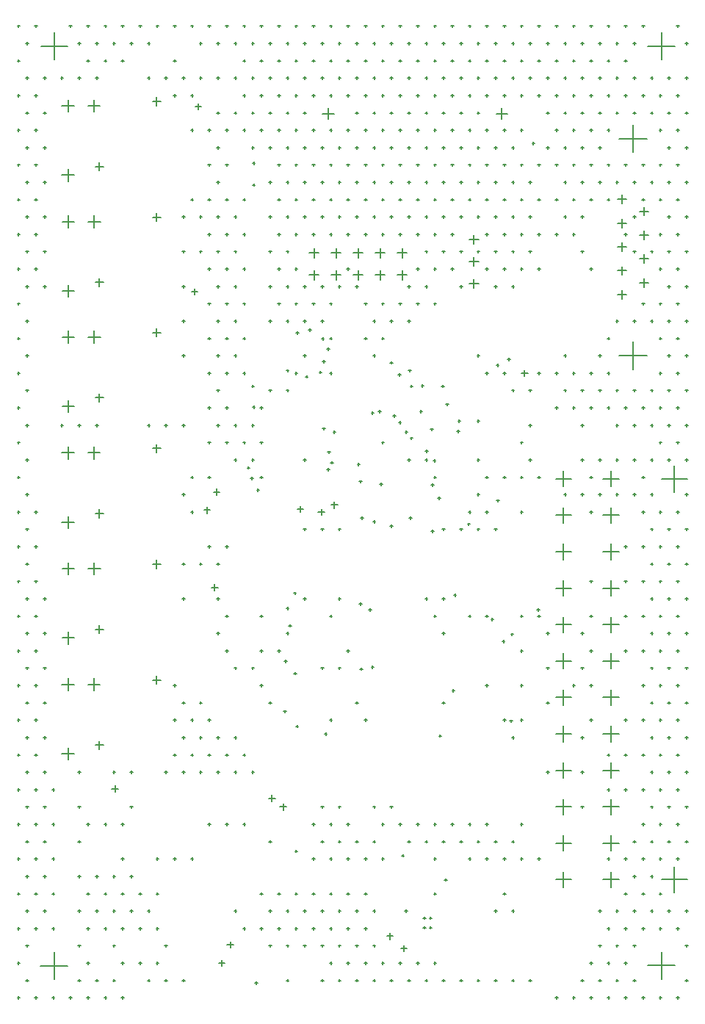
<source format=gbr>
%TF.GenerationSoftware,Altium Limited,Altium Designer,25.8.1 (18)*%
G04 Layer_Color=128*
%FSLAX45Y45*%
%MOMM*%
%TF.SameCoordinates,031978D1-9D18-463A-8735-F8186BF7E524*%
%TF.FilePolarity,Positive*%
%TF.FileFunction,Drillmap*%
%TF.Part,Single*%
G01*
G75*
%TA.AperFunction,NonConductor*%
%ADD134C,0.12700*%
D134*
X1743557Y5197385D02*
X1838557D01*
X1791057Y5149885D02*
Y5244885D01*
X1001057Y5147385D02*
X1141057D01*
X1071057Y5077385D02*
Y5217385D01*
X701057Y4347385D02*
X841056D01*
X771057Y4277385D02*
Y4417385D01*
X701057Y5147385D02*
X841056D01*
X771057Y5077385D02*
Y5217385D01*
X1083557Y4447385D02*
X1178557D01*
X1131057Y4399885D02*
Y4494885D01*
X6390039Y1561211D02*
X6570039D01*
X6480039Y1471211D02*
Y1651211D01*
X6940039Y2821212D02*
X7120039D01*
X7030039Y2731212D02*
Y2911211D01*
X6390039Y2821211D02*
X6570039D01*
X6480039Y2731211D02*
Y2911211D01*
X6940039Y6181211D02*
X7120039D01*
X7030039Y6091211D02*
Y6271211D01*
X6390039Y1981211D02*
X6570039D01*
X6480039Y1891211D02*
Y2071211D01*
X6390039Y2401211D02*
X6570039D01*
X6480039Y2311211D02*
Y2491211D01*
X6390039Y3241211D02*
X6570039D01*
X6480039Y3151211D02*
Y3331211D01*
X6390039Y3661211D02*
X6570039D01*
X6480039Y3571211D02*
Y3751211D01*
X6390039Y4081211D02*
X6570039D01*
X6480039Y3991211D02*
Y4171211D01*
X6390039Y4501211D02*
X6570039D01*
X6480039Y4411211D02*
Y4591211D01*
X6390039Y4921211D02*
X6570039D01*
X6480039Y4831211D02*
Y5011211D01*
X6390039Y5341211D02*
X6570039D01*
X6480039Y5251211D02*
Y5431211D01*
X6390039Y5761211D02*
X6570039D01*
X6480039Y5671211D02*
Y5851211D01*
X6390039Y6181211D02*
X6570039D01*
X6480039Y6091211D02*
Y6271211D01*
X6940039Y4501211D02*
X7120039D01*
X7030039Y4411211D02*
Y4591211D01*
X7610039Y6181211D02*
X7910039D01*
X7760039Y6031211D02*
Y6331211D01*
X6940039Y5761211D02*
X7120039D01*
X7030039Y5671211D02*
Y5851211D01*
X7610039Y1561210D02*
X7910039D01*
X7760039Y1411210D02*
Y1711210D01*
X6940039Y5341211D02*
X7120039D01*
X7030039Y5251211D02*
Y5431211D01*
X6940039Y4921211D02*
X7120039D01*
X7030039Y4831211D02*
Y5011211D01*
X6940039Y4081211D02*
X7120039D01*
X7030039Y3991211D02*
Y4171211D01*
X6940039Y3661211D02*
X7120039D01*
X7030039Y3571212D02*
Y3751211D01*
X6940039Y3241211D02*
X7120039D01*
X7030039Y3151212D02*
Y3331211D01*
X6940039Y2401212D02*
X7120039D01*
X7030039Y2311212D02*
Y2491211D01*
X6940039Y1561212D02*
X7120039D01*
X7030039Y1471212D02*
Y1651212D01*
X6940039Y1981212D02*
X7120039D01*
X7030039Y1891212D02*
Y2071212D01*
X7120039Y10103711D02*
X7440039D01*
X7280039Y9943711D02*
Y10263710D01*
X7357039Y9265211D02*
X7457039D01*
X7407039Y9215211D02*
Y9315210D01*
X7357039Y8443210D02*
X7457039D01*
X7407039Y8393211D02*
Y8493210D01*
X7120039Y7604710D02*
X7440039D01*
X7280039Y7444711D02*
Y7764710D01*
X5398961Y8942790D02*
X5500961D01*
X5449961Y8891790D02*
Y8993790D01*
X3705039Y10391210D02*
X3835039D01*
X3770039Y10326210D02*
Y10456210D01*
X4058039Y8785210D02*
X4167039D01*
X4112539Y8730710D02*
Y8839710D01*
X4058039Y8531210D02*
X4167039D01*
X4112539Y8476710D02*
Y8585710D01*
X701039Y7016851D02*
X841039D01*
X771039Y6946851D02*
Y7086850D01*
X1082539Y3112430D02*
X1177539D01*
X1130039Y3064930D02*
Y3159930D01*
X1083539Y7116850D02*
X1178539D01*
X1131039Y7069350D02*
Y7164350D01*
X1083539Y8446210D02*
X1178539D01*
X1131039Y8398710D02*
Y8493710D01*
X1082539Y9781210D02*
X1177539D01*
X1130039Y9733710D02*
Y9828710D01*
X1082539Y5781210D02*
X1177539D01*
X1130039Y5733710D02*
Y5828710D01*
X5398961Y8688790D02*
X5500961D01*
X5449961Y8637790D02*
Y8739790D01*
X4566039Y8785210D02*
X4675039D01*
X4620539Y8730710D02*
Y8839710D01*
X7103039Y8854210D02*
X7203039D01*
X7153039Y8804210D02*
Y8904210D01*
X7103039Y9128210D02*
X7203039D01*
X7153039Y9078210D02*
Y9178210D01*
X4566039Y8531210D02*
X4675039D01*
X4620539Y8476710D02*
Y8585710D01*
X7103039Y8306210D02*
X7203039D01*
X7153039Y8256211D02*
Y8356210D01*
X4312039Y8531210D02*
X4421039D01*
X4366539Y8476710D02*
Y8585710D01*
X7103039Y9402211D02*
X7203039D01*
X7153039Y9352211D02*
Y9452210D01*
X7103039Y8580210D02*
X7203039D01*
X7153039Y8530211D02*
Y8630210D01*
X5398961Y8434790D02*
X5500961D01*
X5449961Y8383790D02*
Y8485790D01*
X5705039Y10391210D02*
X5835039D01*
X5770039Y10326210D02*
Y10456210D01*
X1742539Y6531210D02*
X1837539D01*
X1790039Y6483710D02*
Y6578710D01*
X1000039Y6481211D02*
X1140039D01*
X1070039Y6411211D02*
Y6551210D01*
X700039Y6481211D02*
X840039D01*
X770039Y6411211D02*
Y6551210D01*
X700039Y5681211D02*
X840039D01*
X770039Y5611211D02*
Y5751210D01*
X700039Y9681210D02*
X840039D01*
X770039Y9611210D02*
Y9751210D01*
X1000039Y10481210D02*
X1140039D01*
X1070039Y10411210D02*
Y10551210D01*
X700039Y10481210D02*
X840039D01*
X770039Y10411210D02*
Y10551210D01*
X1742539Y10531210D02*
X1837539D01*
X1790039Y10483710D02*
Y10578710D01*
X701039Y8346210D02*
X841038D01*
X771039Y8276211D02*
Y8416210D01*
X1001039Y9146210D02*
X1141039D01*
X1071039Y9076210D02*
Y9216210D01*
X701039Y9146210D02*
X841038D01*
X771039Y9076210D02*
Y9216210D01*
X1743539Y9196210D02*
X1838539D01*
X1791039Y9148710D02*
Y9243710D01*
X3550039Y8785210D02*
X3659039D01*
X3604539Y8730710D02*
Y8839710D01*
X3804039Y8785210D02*
X3913039D01*
X3858539Y8730710D02*
Y8839710D01*
X4312039Y8785210D02*
X4421039D01*
X4366539Y8730710D02*
Y8839710D01*
X3550039Y8531210D02*
X3659039D01*
X3604539Y8476710D02*
Y8585710D01*
X3804039Y8531210D02*
X3913039D01*
X3858539Y8476710D02*
Y8585710D01*
X701039Y7816851D02*
X841039D01*
X771039Y7746851D02*
Y7886850D01*
X1001040Y7816851D02*
X1141039D01*
X1071040Y7746851D02*
Y7886850D01*
X1743539Y7866850D02*
X1838539D01*
X1791039Y7819350D02*
Y7914350D01*
X700039Y3812430D02*
X840039D01*
X770039Y3742430D02*
Y3882430D01*
X700039Y3012430D02*
X840039D01*
X770039Y2942430D02*
Y3082430D01*
X1742539Y3862430D02*
X1837539D01*
X1790039Y3814930D02*
Y3909930D01*
X1000039Y3812430D02*
X1140039D01*
X1070039Y3742430D02*
Y3882430D01*
X7357039Y8991210D02*
X7457039D01*
X7407039Y8941210D02*
Y9041210D01*
X7357039Y8717210D02*
X7457039D01*
X7407039Y8667211D02*
Y8767210D01*
X7784754Y11400006D02*
X7815254D01*
X7800004Y11384756D02*
Y11415256D01*
X7884754Y11200006D02*
X7915254D01*
X7900004Y11184756D02*
Y11215256D01*
X7884754Y10800006D02*
X7915254D01*
X7900004Y10784756D02*
Y10815256D01*
X7784754Y10600006D02*
X7815254D01*
X7800004Y10584756D02*
Y10615256D01*
X7884754Y10400006D02*
X7915254D01*
X7900004Y10384756D02*
Y10415256D01*
X7784754Y10200006D02*
X7815254D01*
X7800004Y10184756D02*
Y10215255D01*
X7884754Y10000005D02*
X7915254D01*
X7900004Y9984755D02*
Y10015255D01*
X7784754Y9800005D02*
X7815254D01*
X7800004Y9784755D02*
Y9815255D01*
X7884754Y9600005D02*
X7915254D01*
X7900004Y9584755D02*
Y9615255D01*
X7784754Y9400005D02*
X7815254D01*
X7800004Y9384755D02*
Y9415255D01*
X7884754Y9200005D02*
X7915254D01*
X7900004Y9184755D02*
Y9215255D01*
X7784754Y9000005D02*
X7815254D01*
X7800004Y8984755D02*
Y9015255D01*
X7884754Y8800005D02*
X7915254D01*
X7900004Y8784755D02*
Y8815255D01*
X7784754Y8600005D02*
X7815254D01*
X7800004Y8584755D02*
Y8615255D01*
X7884754Y8400005D02*
X7915254D01*
X7900004Y8384755D02*
Y8415254D01*
X7784754Y8200004D02*
X7815254D01*
X7800004Y8184755D02*
Y8215254D01*
X7884754Y8000004D02*
X7915254D01*
X7900004Y7984754D02*
Y8015254D01*
X7784754Y7800004D02*
X7815254D01*
X7800004Y7784754D02*
Y7815254D01*
X7884754Y7600004D02*
X7915254D01*
X7900004Y7584754D02*
Y7615254D01*
X7784754Y7400004D02*
X7815254D01*
X7800004Y7384754D02*
Y7415254D01*
X7884754Y7200004D02*
X7915254D01*
X7900004Y7184754D02*
Y7215254D01*
X7784754Y7000004D02*
X7815254D01*
X7800004Y6984754D02*
Y7015254D01*
X7884754Y6800004D02*
X7915254D01*
X7900004Y6784754D02*
Y6815254D01*
X7784754Y6600004D02*
X7815254D01*
X7800004Y6584754D02*
Y6615253D01*
X7884754Y6400003D02*
X7915254D01*
X7900004Y6384754D02*
Y6415253D01*
X7884754Y6000003D02*
X7915254D01*
X7900004Y5984753D02*
Y6015253D01*
X7784754Y5800003D02*
X7815254D01*
X7800004Y5784753D02*
Y5815253D01*
X7884754Y5600003D02*
X7915254D01*
X7900004Y5584753D02*
Y5615253D01*
X7784754Y5400003D02*
X7815254D01*
X7800004Y5384753D02*
Y5415253D01*
X7884754Y5200003D02*
X7915254D01*
X7900004Y5184753D02*
Y5215253D01*
X7784754Y5000003D02*
X7815254D01*
X7800004Y4984753D02*
Y5015253D01*
X7884754Y4800003D02*
X7915254D01*
X7900004Y4784753D02*
Y4815252D01*
X7784754Y4600002D02*
X7815254D01*
X7800004Y4584753D02*
Y4615252D01*
X7884754Y4400002D02*
X7915254D01*
X7900004Y4384752D02*
Y4415252D01*
X7784754Y4200002D02*
X7815254D01*
X7800004Y4184752D02*
Y4215252D01*
X7884754Y4000002D02*
X7915254D01*
X7900004Y3984752D02*
Y4015252D01*
X7784754Y3800002D02*
X7815254D01*
X7800004Y3784752D02*
Y3815252D01*
X7884754Y3600002D02*
X7915254D01*
X7900004Y3584752D02*
Y3615252D01*
X7784754Y3400002D02*
X7815254D01*
X7800004Y3384752D02*
Y3415252D01*
X7884754Y3200002D02*
X7915254D01*
X7900004Y3184752D02*
Y3215252D01*
X7784754Y3000002D02*
X7815254D01*
X7800004Y2984752D02*
Y3015252D01*
X7884754Y2800002D02*
X7915254D01*
X7900004Y2784752D02*
Y2815251D01*
X7784754Y2600001D02*
X7815254D01*
X7800004Y2584751D02*
Y2615251D01*
X7884754Y2400001D02*
X7915254D01*
X7900004Y2384751D02*
Y2415251D01*
X7784754Y2200001D02*
X7815254D01*
X7800004Y2184751D02*
Y2215251D01*
X7884754Y2000001D02*
X7915254D01*
X7900004Y1984751D02*
Y2015251D01*
X7784754Y1800001D02*
X7815254D01*
X7800004Y1784751D02*
Y1815251D01*
X7884754Y1200001D02*
X7915254D01*
X7900004Y1184751D02*
Y1215251D01*
X7784754Y1000001D02*
X7815254D01*
X7800004Y984751D02*
Y1015250D01*
X7884754Y800000D02*
X7915254D01*
X7900004Y784751D02*
Y815250D01*
X7884754Y400000D02*
X7915254D01*
X7900004Y384750D02*
Y415250D01*
X7784754Y200000D02*
X7815254D01*
X7800004Y184750D02*
Y215250D01*
X7684754Y10800006D02*
X7715254D01*
X7700004Y10784756D02*
Y10815256D01*
X7584754Y10600006D02*
X7615254D01*
X7600004Y10584756D02*
Y10615256D01*
X7684754Y10400006D02*
X7715254D01*
X7700004Y10384756D02*
Y10415256D01*
X7584754Y10200006D02*
X7615254D01*
X7600004Y10184756D02*
Y10215255D01*
X7684754Y10000005D02*
X7715254D01*
X7700004Y9984755D02*
Y10015255D01*
X7584754Y9800005D02*
X7615254D01*
X7600004Y9784755D02*
Y9815255D01*
X7684754Y9600005D02*
X7715254D01*
X7700004Y9584755D02*
Y9615255D01*
X7584754Y9400005D02*
X7615254D01*
X7600004Y9384755D02*
Y9415255D01*
X7684754Y9200005D02*
X7715254D01*
X7700004Y9184755D02*
Y9215255D01*
X7584754Y9000005D02*
X7615254D01*
X7600004Y8984755D02*
Y9015255D01*
X7684754Y8800005D02*
X7715254D01*
X7700004Y8784755D02*
Y8815255D01*
X7584754Y8600005D02*
X7615254D01*
X7600004Y8584755D02*
Y8615255D01*
X7684754Y8400005D02*
X7715254D01*
X7700004Y8384755D02*
Y8415254D01*
X7584754Y8200004D02*
X7615254D01*
X7600004Y8184755D02*
Y8215254D01*
X7684754Y8000004D02*
X7715254D01*
X7700004Y7984754D02*
Y8015254D01*
X7584754Y7800004D02*
X7615254D01*
X7600004Y7784754D02*
Y7815254D01*
X7684754Y7600004D02*
X7715254D01*
X7700004Y7584754D02*
Y7615254D01*
X7584754Y7400004D02*
X7615254D01*
X7600004Y7384754D02*
Y7415254D01*
X7684754Y7200004D02*
X7715254D01*
X7700004Y7184754D02*
Y7215254D01*
X7584754Y7000004D02*
X7615254D01*
X7600004Y6984754D02*
Y7015254D01*
X7684754Y6800004D02*
X7715254D01*
X7700004Y6784754D02*
Y6815254D01*
X7584754Y6600004D02*
X7615254D01*
X7600004Y6584754D02*
Y6615253D01*
X7684754Y6400003D02*
X7715254D01*
X7700004Y6384754D02*
Y6415253D01*
X7584754Y5800003D02*
X7615254D01*
X7600004Y5784753D02*
Y5815253D01*
X7684754Y5600003D02*
X7715254D01*
X7700004Y5584753D02*
Y5615253D01*
X7584754Y5400003D02*
X7615254D01*
X7600004Y5384753D02*
Y5415253D01*
X7684754Y5200003D02*
X7715254D01*
X7700004Y5184753D02*
Y5215253D01*
X7584754Y5000003D02*
X7615254D01*
X7600004Y4984753D02*
Y5015253D01*
X7684754Y4800003D02*
X7715254D01*
X7700004Y4784753D02*
Y4815252D01*
X7584754Y4600002D02*
X7615254D01*
X7600004Y4584753D02*
Y4615252D01*
X7684754Y4400002D02*
X7715254D01*
X7700004Y4384752D02*
Y4415252D01*
X7584754Y4200002D02*
X7615254D01*
X7600004Y4184752D02*
Y4215252D01*
X7684754Y4000002D02*
X7715254D01*
X7700004Y3984752D02*
Y4015252D01*
X7584754Y3800002D02*
X7615254D01*
X7600004Y3784752D02*
Y3815252D01*
X7684754Y3600002D02*
X7715254D01*
X7700004Y3584752D02*
Y3615252D01*
X7584754Y3400002D02*
X7615254D01*
X7600004Y3384752D02*
Y3415252D01*
X7684754Y3200002D02*
X7715254D01*
X7700004Y3184752D02*
Y3215252D01*
X7584754Y3000002D02*
X7615254D01*
X7600004Y2984752D02*
Y3015252D01*
X7684754Y2800002D02*
X7715254D01*
X7700004Y2784752D02*
Y2815251D01*
X7584754Y2600001D02*
X7615254D01*
X7600004Y2584751D02*
Y2615251D01*
X7684754Y2400001D02*
X7715254D01*
X7700004Y2384751D02*
Y2415251D01*
X7584754Y2200001D02*
X7615254D01*
X7600004Y2184751D02*
Y2215251D01*
X7684754Y2000001D02*
X7715254D01*
X7700004Y1984751D02*
Y2015251D01*
X7584754Y1800001D02*
X7615254D01*
X7600004Y1784751D02*
Y1815251D01*
X7584754Y1400001D02*
X7615254D01*
X7600004Y1384751D02*
Y1415251D01*
X7684754Y1200001D02*
X7715254D01*
X7700004Y1184751D02*
Y1215251D01*
X7584754Y1000001D02*
X7615254D01*
X7600004Y984751D02*
Y1015250D01*
X7584754Y200000D02*
X7615254D01*
X7600004Y184750D02*
Y215250D01*
X7384754Y11400006D02*
X7415254D01*
X7400004Y11384756D02*
Y11415256D01*
X7484754Y10800006D02*
X7515254D01*
X7500004Y10784756D02*
Y10815256D01*
X7384754Y10600006D02*
X7415254D01*
X7400004Y10584756D02*
Y10615256D01*
X7484754Y10400006D02*
X7515254D01*
X7500004Y10384756D02*
Y10415256D01*
X7384754Y9800005D02*
X7415254D01*
X7400004Y9784755D02*
Y9815255D01*
X7484754Y9600005D02*
X7515254D01*
X7500004Y9584755D02*
Y9615255D01*
X7384754Y9400005D02*
X7415254D01*
X7400004Y9384755D02*
Y9415255D01*
X7484754Y8800005D02*
X7515254D01*
X7500004Y8784755D02*
Y8815255D01*
X7384754Y8200004D02*
X7415254D01*
X7400004Y8184755D02*
Y8215254D01*
X7484754Y8000004D02*
X7515254D01*
X7500004Y7984754D02*
Y8015254D01*
X7484754Y7200004D02*
X7515254D01*
X7500004Y7184754D02*
Y7215254D01*
X7384754Y7000004D02*
X7415254D01*
X7400004Y6984754D02*
Y7015254D01*
X7484754Y6800004D02*
X7515254D01*
X7500004Y6784754D02*
Y6815254D01*
X7484754Y6400003D02*
X7515254D01*
X7500004Y6384754D02*
Y6415253D01*
X7384754Y6200003D02*
X7415254D01*
X7400004Y6184753D02*
Y6215253D01*
X7484754Y6000003D02*
X7515254D01*
X7500004Y5984753D02*
Y6015253D01*
X7384754Y5800003D02*
X7415254D01*
X7400004Y5784753D02*
Y5815253D01*
X7484754Y5600003D02*
X7515254D01*
X7500004Y5584753D02*
Y5615253D01*
X7384754Y5400003D02*
X7415254D01*
X7400004Y5384753D02*
Y5415253D01*
X7484754Y5200003D02*
X7515254D01*
X7500004Y5184753D02*
Y5215253D01*
X7384754Y5000003D02*
X7415254D01*
X7400004Y4984753D02*
Y5015253D01*
X7484754Y4800003D02*
X7515254D01*
X7500004Y4784753D02*
Y4815252D01*
X7384754Y4600002D02*
X7415254D01*
X7400004Y4584753D02*
Y4615252D01*
X7484754Y4400002D02*
X7515254D01*
X7500004Y4384752D02*
Y4415252D01*
X7384754Y4200002D02*
X7415254D01*
X7400004Y4184752D02*
Y4215252D01*
X7484754Y4000002D02*
X7515254D01*
X7500004Y3984752D02*
Y4015252D01*
X7384754Y3800002D02*
X7415254D01*
X7400004Y3784752D02*
Y3815252D01*
X7484754Y3600002D02*
X7515254D01*
X7500004Y3584752D02*
Y3615252D01*
X7384754Y3400002D02*
X7415254D01*
X7400004Y3384752D02*
Y3415252D01*
X7484754Y3200002D02*
X7515254D01*
X7500004Y3184752D02*
Y3215252D01*
X7384754Y3000002D02*
X7415254D01*
X7400004Y2984752D02*
Y3015252D01*
X7484754Y2800002D02*
X7515254D01*
X7500004Y2784752D02*
Y2815251D01*
X7384754Y2600001D02*
X7415254D01*
X7400004Y2584751D02*
Y2615251D01*
X7484754Y2400001D02*
X7515254D01*
X7500004Y2384751D02*
Y2415251D01*
X7384754Y2200001D02*
X7415254D01*
X7400004Y2184751D02*
Y2215251D01*
X7484754Y2000001D02*
X7515254D01*
X7500004Y1984751D02*
Y2015251D01*
X7384754Y1800001D02*
X7415254D01*
X7400004Y1784751D02*
Y1815251D01*
X7484754Y1600001D02*
X7515254D01*
X7500004Y1584751D02*
Y1615251D01*
X7384754Y1400001D02*
X7415254D01*
X7400004Y1384751D02*
Y1415251D01*
X7484754Y1200001D02*
X7515254D01*
X7500004Y1184751D02*
Y1215251D01*
X7384754Y1000001D02*
X7415254D01*
X7400004Y984751D02*
Y1015250D01*
X7384754Y200000D02*
X7415254D01*
X7400004Y184750D02*
Y215250D01*
X7184754Y11400006D02*
X7215254D01*
X7200004Y11384756D02*
Y11415256D01*
X7284754Y11200006D02*
X7315254D01*
X7300004Y11184756D02*
Y11215256D01*
X7184754Y11000006D02*
X7215254D01*
X7200004Y10984756D02*
Y11015256D01*
X7284754Y10800006D02*
X7315254D01*
X7300004Y10784756D02*
Y10815256D01*
X7184754Y10600006D02*
X7215254D01*
X7200004Y10584756D02*
Y10615256D01*
X7284754Y10400006D02*
X7315254D01*
X7300004Y10384756D02*
Y10415256D01*
X7184754Y9800005D02*
X7215254D01*
X7200004Y9784755D02*
Y9815255D01*
X7284754Y9600005D02*
X7315254D01*
X7300004Y9584755D02*
Y9615255D01*
X7284754Y9200005D02*
X7315254D01*
X7300004Y9184755D02*
Y9215255D01*
X7184754Y9000005D02*
X7215254D01*
X7200004Y8984755D02*
Y9015255D01*
X7284754Y8800005D02*
X7315254D01*
X7300004Y8784755D02*
Y8815255D01*
X7284754Y8000004D02*
X7315254D01*
X7300004Y7984754D02*
Y8015254D01*
X7284754Y7200004D02*
X7315254D01*
X7300004Y7184754D02*
Y7215254D01*
X7184754Y7000004D02*
X7215254D01*
X7200004Y6984754D02*
Y7015254D01*
X7284754Y6800004D02*
X7315254D01*
X7300004Y6784754D02*
Y6815254D01*
X7284754Y6400003D02*
X7315254D01*
X7300004Y6384754D02*
Y6415253D01*
X7284754Y6000003D02*
X7315254D01*
X7300004Y5984753D02*
Y6015253D01*
X7184754Y5400003D02*
X7215254D01*
X7200004Y5384753D02*
Y5415253D01*
X7184754Y5000003D02*
X7215254D01*
X7200004Y4984753D02*
Y5015253D01*
X7184754Y4600002D02*
X7215254D01*
X7200004Y4584753D02*
Y4615252D01*
X7184754Y4200002D02*
X7215254D01*
X7200004Y4184752D02*
Y4215252D01*
X7184754Y3400002D02*
X7215254D01*
X7200004Y3384752D02*
Y3415252D01*
X7184754Y3000002D02*
X7215254D01*
X7200004Y2984752D02*
Y3015252D01*
X7184754Y2600001D02*
X7215254D01*
X7200004Y2584751D02*
Y2615251D01*
X7284754Y2000001D02*
X7315254D01*
X7300004Y1984751D02*
Y2015251D01*
X7184754Y1800001D02*
X7215254D01*
X7200004Y1784751D02*
Y1815251D01*
X7284754Y1600001D02*
X7315254D01*
X7300004Y1584751D02*
Y1615251D01*
X7184754Y1400001D02*
X7215254D01*
X7200004Y1384751D02*
Y1415251D01*
X7284754Y1200001D02*
X7315254D01*
X7300004Y1184751D02*
Y1215251D01*
X7184754Y1000001D02*
X7215254D01*
X7200004Y984751D02*
Y1015250D01*
X7284754Y800000D02*
X7315254D01*
X7300004Y784751D02*
Y815250D01*
X7184754Y600000D02*
X7215254D01*
X7200004Y584750D02*
Y615250D01*
X7284754Y400000D02*
X7315254D01*
X7300004Y384750D02*
Y415250D01*
X7184754Y200000D02*
X7215254D01*
X7200004Y184750D02*
Y215250D01*
X6984754Y11400006D02*
X7015254D01*
X7000004Y11384756D02*
Y11415256D01*
X7084754Y11200006D02*
X7115254D01*
X7100004Y11184756D02*
Y11215256D01*
X6984754Y11000006D02*
X7015254D01*
X7000004Y10984756D02*
Y11015256D01*
X7084754Y10800006D02*
X7115254D01*
X7100004Y10784756D02*
Y10815256D01*
X6984754Y10600006D02*
X7015254D01*
X7000004Y10584756D02*
Y10615256D01*
X7084754Y10400006D02*
X7115254D01*
X7100004Y10384756D02*
Y10415256D01*
X6984754Y10200006D02*
X7015254D01*
X7000004Y10184756D02*
Y10215255D01*
X6984754Y9800005D02*
X7015254D01*
X7000004Y9784755D02*
Y9815255D01*
X7084754Y9600005D02*
X7115254D01*
X7100004Y9584755D02*
Y9615255D01*
X6984754Y9400005D02*
X7015254D01*
X7000004Y9384755D02*
Y9415255D01*
X7084754Y8000004D02*
X7115254D01*
X7100004Y7984754D02*
Y8015254D01*
X6984754Y7800004D02*
X7015254D01*
X7000004Y7784754D02*
Y7815254D01*
X6984754Y7400004D02*
X7015254D01*
X7000004Y7384754D02*
Y7415254D01*
X7084754Y7200004D02*
X7115254D01*
X7100004Y7184754D02*
Y7215254D01*
X6984754Y7000004D02*
X7015254D01*
X7000004Y6984754D02*
Y7015254D01*
X7084754Y6800004D02*
X7115254D01*
X7100004Y6784754D02*
Y6815254D01*
X7084754Y6400003D02*
X7115254D01*
X7100004Y6384754D02*
Y6415253D01*
X7084754Y6000003D02*
X7115254D01*
X7100004Y5984753D02*
Y6015253D01*
X6984754Y3000002D02*
X7015254D01*
X7000004Y2984752D02*
Y3015252D01*
X6984754Y2600001D02*
X7015254D01*
X7000004Y2584751D02*
Y2615251D01*
X6984754Y1800001D02*
X7015254D01*
X7000004Y1784751D02*
Y1815251D01*
X7084754Y1200001D02*
X7115254D01*
X7100004Y1184751D02*
Y1215251D01*
X6984754Y1000001D02*
X7015254D01*
X7000004Y984751D02*
Y1015250D01*
X7084754Y800000D02*
X7115254D01*
X7100004Y784751D02*
Y815250D01*
X6984754Y600000D02*
X7015254D01*
X7000004Y584750D02*
Y615250D01*
X7084754Y400000D02*
X7115254D01*
X7100004Y384750D02*
Y415250D01*
X6984754Y200000D02*
X7015254D01*
X7000004Y184750D02*
Y215250D01*
X6784754Y11400006D02*
X6815254D01*
X6800004Y11384756D02*
Y11415256D01*
X6884754Y11200006D02*
X6915254D01*
X6900004Y11184756D02*
Y11215256D01*
X6784754Y11000006D02*
X6815254D01*
X6800004Y10984756D02*
Y11015256D01*
X6884754Y10800006D02*
X6915254D01*
X6900004Y10784756D02*
Y10815256D01*
X6784754Y10600006D02*
X6815254D01*
X6800004Y10584756D02*
Y10615256D01*
X6884754Y10400006D02*
X6915254D01*
X6900004Y10384756D02*
Y10415256D01*
X6784754Y10200006D02*
X6815254D01*
X6800004Y10184756D02*
Y10215255D01*
X6884754Y10000005D02*
X6915254D01*
X6900004Y9984755D02*
Y10015255D01*
X6784754Y9800005D02*
X6815254D01*
X6800004Y9784755D02*
Y9815255D01*
X6884754Y9600005D02*
X6915254D01*
X6900004Y9584755D02*
Y9615255D01*
X6784754Y9400005D02*
X6815254D01*
X6800004Y9384755D02*
Y9415255D01*
X6784754Y8600005D02*
X6815254D01*
X6800004Y8584755D02*
Y8615255D01*
X6884754Y7600004D02*
X6915254D01*
X6900004Y7584754D02*
Y7615254D01*
X6784754Y7400004D02*
X6815254D01*
X6800004Y7384754D02*
Y7415254D01*
X6884754Y7200004D02*
X6915254D01*
X6900004Y7184754D02*
Y7215254D01*
X6784754Y7000004D02*
X6815254D01*
X6800004Y6984754D02*
Y7015254D01*
X6884754Y6400003D02*
X6915254D01*
X6900004Y6384754D02*
Y6415253D01*
X6784754Y6200003D02*
X6815254D01*
X6800004Y6184753D02*
Y6215253D01*
X6884754Y6000003D02*
X6915254D01*
X6900004Y5984753D02*
Y6015253D01*
X6784754Y5800003D02*
X6815254D01*
X6800004Y5784753D02*
Y5815253D01*
X6784754Y5000003D02*
X6815254D01*
X6800004Y4984753D02*
Y5015253D01*
X6784754Y4600002D02*
X6815254D01*
X6800004Y4584753D02*
Y4615252D01*
X6784754Y4200002D02*
X6815254D01*
X6800004Y4184752D02*
Y4215252D01*
X6784754Y3800002D02*
X6815254D01*
X6800004Y3784752D02*
Y3815252D01*
X6784754Y3400002D02*
X6815254D01*
X6800004Y3384752D02*
Y3415252D01*
X6884754Y1200001D02*
X6915254D01*
X6900004Y1184751D02*
Y1215251D01*
X6884754Y800000D02*
X6915254D01*
X6900004Y784751D02*
Y815250D01*
X6784754Y600000D02*
X6815254D01*
X6800004Y584750D02*
Y615250D01*
X6884754Y400000D02*
X6915254D01*
X6900004Y384750D02*
Y415250D01*
X6784754Y200000D02*
X6815254D01*
X6800004Y184750D02*
Y215250D01*
X6584754Y11400006D02*
X6615253D01*
X6600004Y11384756D02*
Y11415256D01*
X6684754Y11200006D02*
X6715254D01*
X6700004Y11184756D02*
Y11215256D01*
X6584754Y11000006D02*
X6615253D01*
X6600004Y10984756D02*
Y11015256D01*
X6684754Y10800006D02*
X6715254D01*
X6700004Y10784756D02*
Y10815256D01*
X6584754Y10600006D02*
X6615253D01*
X6600004Y10584756D02*
Y10615256D01*
X6684754Y10400006D02*
X6715254D01*
X6700004Y10384756D02*
Y10415256D01*
X6584754Y10200006D02*
X6615253D01*
X6600004Y10184756D02*
Y10215255D01*
X6684754Y10000005D02*
X6715254D01*
X6700004Y9984755D02*
Y10015255D01*
X6584754Y9800005D02*
X6615253D01*
X6600004Y9784755D02*
Y9815255D01*
X6684754Y9600005D02*
X6715254D01*
X6700004Y9584755D02*
Y9615255D01*
X6584754Y9400005D02*
X6615253D01*
X6600004Y9384755D02*
Y9415255D01*
X6684754Y9200005D02*
X6715254D01*
X6700004Y9184755D02*
Y9215255D01*
X6584754Y9000005D02*
X6615253D01*
X6600004Y8984755D02*
Y9015255D01*
X6684754Y8800005D02*
X6715254D01*
X6700004Y8784755D02*
Y8815255D01*
X6584754Y7400004D02*
X6615253D01*
X6600004Y7384754D02*
Y7415254D01*
X6684754Y7200004D02*
X6715254D01*
X6700004Y7184754D02*
Y7215254D01*
X6584754Y7000004D02*
X6615253D01*
X6600004Y6984754D02*
Y7015254D01*
X6684754Y6800004D02*
X6715254D01*
X6700004Y6784754D02*
Y6815254D01*
X6684754Y6400003D02*
X6715254D01*
X6700004Y6384754D02*
Y6415253D01*
X6684754Y6000003D02*
X6715254D01*
X6700004Y5984753D02*
Y6015253D01*
X6684754Y4400002D02*
X6715254D01*
X6700004Y4384752D02*
Y4415252D01*
X6684754Y4000002D02*
X6715254D01*
X6700004Y3984752D02*
Y4015252D01*
X6584754Y3800002D02*
X6615253D01*
X6600004Y3784752D02*
Y3815252D01*
X6684754Y3200002D02*
X6715254D01*
X6700004Y3184752D02*
Y3215252D01*
X6684754Y2800002D02*
X6715254D01*
X6700004Y2784752D02*
Y2815251D01*
X6684754Y2400001D02*
X6715254D01*
X6700004Y2384751D02*
Y2415251D01*
X6684754Y400000D02*
X6715254D01*
X6700004Y384750D02*
Y415250D01*
X6584754Y200000D02*
X6615253D01*
X6600004Y184750D02*
Y215250D01*
X6384754Y11400006D02*
X6415253D01*
X6400003Y11384756D02*
Y11415256D01*
X6484754Y11200006D02*
X6515253D01*
X6500004Y11184756D02*
Y11215256D01*
X6384754Y11000006D02*
X6415253D01*
X6400003Y10984756D02*
Y11015256D01*
X6484754Y10800006D02*
X6515253D01*
X6500004Y10784756D02*
Y10815256D01*
X6384754Y10600006D02*
X6415253D01*
X6400003Y10584756D02*
Y10615256D01*
X6484754Y10400006D02*
X6515253D01*
X6500004Y10384756D02*
Y10415256D01*
X6384754Y10200006D02*
X6415253D01*
X6400003Y10184756D02*
Y10215255D01*
X6484754Y10000005D02*
X6515253D01*
X6500004Y9984755D02*
Y10015255D01*
X6384754Y9800005D02*
X6415253D01*
X6400003Y9784755D02*
Y9815255D01*
X6484754Y9600005D02*
X6515253D01*
X6500004Y9584755D02*
Y9615255D01*
X6384754Y9400005D02*
X6415253D01*
X6400003Y9384755D02*
Y9415255D01*
X6484754Y9200005D02*
X6515253D01*
X6500004Y9184755D02*
Y9215255D01*
X6384754Y9000005D02*
X6415253D01*
X6400003Y8984755D02*
Y9015255D01*
X6484754Y7600004D02*
X6515253D01*
X6500004Y7584754D02*
Y7615254D01*
X6384754Y7400004D02*
X6415253D01*
X6400003Y7384754D02*
Y7415254D01*
X6484754Y7200004D02*
X6515253D01*
X6500004Y7184754D02*
Y7215254D01*
X6384754Y7000004D02*
X6415253D01*
X6400003Y6984754D02*
Y7015254D01*
X6484754Y6000003D02*
X6515253D01*
X6500004Y5984753D02*
Y6015253D01*
X6384754Y200000D02*
X6415253D01*
X6400003Y184750D02*
Y215250D01*
X6184753Y11400006D02*
X6215253D01*
X6200003Y11384756D02*
Y11415256D01*
X6284753Y11200006D02*
X6315253D01*
X6300003Y11184756D02*
Y11215256D01*
X6184753Y11000006D02*
X6215253D01*
X6200003Y10984756D02*
Y11015256D01*
X6284753Y10800006D02*
X6315253D01*
X6300003Y10784756D02*
Y10815256D01*
X6184753Y10600006D02*
X6215253D01*
X6200003Y10584756D02*
Y10615256D01*
X6284753Y10400006D02*
X6315253D01*
X6300003Y10384756D02*
Y10415256D01*
X6284753Y10000005D02*
X6315253D01*
X6300003Y9984755D02*
Y10015255D01*
X6184753Y9800005D02*
X6215253D01*
X6200003Y9784755D02*
Y9815255D01*
X6184753Y9400005D02*
X6215253D01*
X6200003Y9384755D02*
Y9415255D01*
X6184753Y9000005D02*
X6215253D01*
X6200003Y8984755D02*
Y9015255D01*
X6184753Y8600005D02*
X6215253D01*
X6200003Y8584755D02*
Y8615255D01*
X6184753Y7400004D02*
X6215253D01*
X6200003Y7384754D02*
Y7415254D01*
X6184753Y6200003D02*
X6215253D01*
X6200003Y6184753D02*
Y6215253D01*
X6184753Y4600002D02*
X6215253D01*
X6200003Y4584753D02*
Y4615252D01*
X6284753Y4400002D02*
X6315253D01*
X6300003Y4384752D02*
Y4415252D01*
X6284753Y4000002D02*
X6315253D01*
X6300003Y3984752D02*
Y4015252D01*
X6284753Y3600002D02*
X6315253D01*
X6300003Y3584752D02*
Y3615252D01*
X6284753Y2800002D02*
X6315253D01*
X6300003Y2784752D02*
Y2815251D01*
X6184753Y1800001D02*
X6215253D01*
X6200003Y1784751D02*
Y1815251D01*
X5984753Y11400006D02*
X6015253D01*
X6000003Y11384756D02*
Y11415256D01*
X6084753Y11200006D02*
X6115253D01*
X6100003Y11184756D02*
Y11215256D01*
X5984753Y11000006D02*
X6015253D01*
X6000003Y10984756D02*
Y11015256D01*
X6084753Y10800006D02*
X6115253D01*
X6100003Y10784756D02*
Y10815256D01*
X5984753Y10600006D02*
X6015253D01*
X6000003Y10584756D02*
Y10615256D01*
X5984753Y10200006D02*
X6015253D01*
X6000003Y10184756D02*
Y10215255D01*
X5984753Y9800005D02*
X6015253D01*
X6000003Y9784755D02*
Y9815255D01*
X6084753Y9600005D02*
X6115253D01*
X6100003Y9584755D02*
Y9615255D01*
X5984753Y9400005D02*
X6015253D01*
X6000003Y9384755D02*
Y9415255D01*
X6084753Y9200005D02*
X6115253D01*
X6100003Y9184755D02*
Y9215255D01*
X5984753Y9000005D02*
X6015253D01*
X6000003Y8984755D02*
Y9015255D01*
X6084753Y8800005D02*
X6115253D01*
X6100003Y8784755D02*
Y8815255D01*
X5984753Y8600005D02*
X6015253D01*
X6000003Y8584755D02*
Y8615255D01*
X6084753Y7200004D02*
X6115253D01*
X6100003Y7184754D02*
Y7215254D01*
X6084753Y6800004D02*
X6115253D01*
X6100003Y6784754D02*
Y6815254D01*
X5984753Y6600004D02*
X6015253D01*
X6000003Y6584754D02*
Y6615253D01*
X6084753Y6400003D02*
X6115253D01*
X6100003Y6384754D02*
Y6415253D01*
X5984753Y6200003D02*
X6015253D01*
X6000003Y6184753D02*
Y6215253D01*
X5984753Y5800003D02*
X6015253D01*
X6000003Y5784753D02*
Y5815253D01*
X5984753Y4600002D02*
X6015253D01*
X6000003Y4584753D02*
Y4615252D01*
X5984753Y4200002D02*
X6015253D01*
X6000003Y4184752D02*
Y4215252D01*
X5984753Y3800002D02*
X6015253D01*
X6000003Y3784752D02*
Y3815252D01*
X5984753Y3400002D02*
X6015253D01*
X6000003Y3384752D02*
Y3415252D01*
X5984753Y2200001D02*
X6015253D01*
X6000003Y2184751D02*
Y2215251D01*
X5984753Y1800001D02*
X6015253D01*
X6000003Y1784751D02*
Y1815251D01*
X6084753Y400000D02*
X6115253D01*
X6100003Y384750D02*
Y415250D01*
X5784753Y11400006D02*
X5815253D01*
X5800003Y11384756D02*
Y11415256D01*
X5884753Y11200006D02*
X5915253D01*
X5900003Y11184756D02*
Y11215256D01*
X5784753Y11000006D02*
X5815253D01*
X5800003Y10984756D02*
Y11015256D01*
X5884753Y10800006D02*
X5915253D01*
X5900003Y10784756D02*
Y10815256D01*
X5784753Y10600006D02*
X5815253D01*
X5800003Y10584756D02*
Y10615256D01*
X5784753Y10200006D02*
X5815253D01*
X5800003Y10184756D02*
Y10215255D01*
X5884753Y10000005D02*
X5915253D01*
X5900003Y9984755D02*
Y10015255D01*
X5784753Y9800005D02*
X5815253D01*
X5800003Y9784755D02*
Y9815255D01*
X5884753Y9600005D02*
X5915253D01*
X5900003Y9584755D02*
Y9615255D01*
X5784753Y9400005D02*
X5815253D01*
X5800003Y9384755D02*
Y9415255D01*
X5884753Y9200005D02*
X5915253D01*
X5900003Y9184755D02*
Y9215255D01*
X5784753Y9000005D02*
X5815253D01*
X5800003Y8984755D02*
Y9015255D01*
X5884753Y8800005D02*
X5915253D01*
X5900003Y8784755D02*
Y8815255D01*
X5784753Y8600005D02*
X5815253D01*
X5800003Y8584755D02*
Y8615255D01*
X5884753Y8400005D02*
X5915253D01*
X5900003Y8384755D02*
Y8415254D01*
X5784753Y7400004D02*
X5815253D01*
X5800003Y7384754D02*
Y7415254D01*
X5884753Y7200004D02*
X5915253D01*
X5900003Y7184754D02*
Y7215254D01*
X5784753Y6200003D02*
X5815253D01*
X5800003Y6184753D02*
Y6215253D01*
X5784753Y3400002D02*
X5815253D01*
X5800003Y3384752D02*
Y3415252D01*
X5884753Y3200002D02*
X5915253D01*
X5900003Y3184752D02*
Y3215252D01*
X5884753Y2000001D02*
X5915253D01*
X5900003Y1984751D02*
Y2015251D01*
X5784753Y1800001D02*
X5815253D01*
X5800003Y1784751D02*
Y1815251D01*
X5784753Y1400001D02*
X5815253D01*
X5800003Y1384751D02*
Y1415251D01*
X5884753Y1200001D02*
X5915253D01*
X5900003Y1184751D02*
Y1215251D01*
X5884753Y400000D02*
X5915253D01*
X5900003Y384750D02*
Y415250D01*
X5584753Y11400006D02*
X5615253D01*
X5600003Y11384756D02*
Y11415256D01*
X5684753Y11200006D02*
X5715253D01*
X5700003Y11184756D02*
Y11215256D01*
X5584753Y11000006D02*
X5615253D01*
X5600003Y10984756D02*
Y11015256D01*
X5684753Y10800006D02*
X5715253D01*
X5700003Y10784756D02*
Y10815256D01*
X5584753Y10600006D02*
X5615253D01*
X5600003Y10584756D02*
Y10615256D01*
X5584753Y10200006D02*
X5615253D01*
X5600003Y10184756D02*
Y10215255D01*
X5684753Y10000005D02*
X5715253D01*
X5700003Y9984755D02*
Y10015255D01*
X5584753Y9800005D02*
X5615253D01*
X5600003Y9784755D02*
Y9815255D01*
X5684753Y9600005D02*
X5715253D01*
X5700003Y9584755D02*
Y9615255D01*
X5584753Y9400005D02*
X5615253D01*
X5600003Y9384755D02*
Y9415255D01*
X5684753Y9200005D02*
X5715253D01*
X5700003Y9184755D02*
Y9215255D01*
X5584753Y9000005D02*
X5615253D01*
X5600003Y8984755D02*
Y9015255D01*
X5684753Y8800005D02*
X5715253D01*
X5700003Y8784755D02*
Y8815255D01*
X5584753Y8600005D02*
X5615253D01*
X5600003Y8584755D02*
Y8615255D01*
X5684753Y8400005D02*
X5715253D01*
X5700003Y8384755D02*
Y8415254D01*
X5584753Y7400004D02*
X5615253D01*
X5600003Y7384754D02*
Y7415254D01*
X5584753Y6200003D02*
X5615253D01*
X5600003Y6184753D02*
Y6215253D01*
X5584753Y5800003D02*
X5615253D01*
X5600003Y5784753D02*
Y5815253D01*
X5684753Y5600003D02*
X5715253D01*
X5700003Y5584753D02*
Y5615253D01*
X5584753Y4600002D02*
X5615253D01*
X5600003Y4584753D02*
Y4615252D01*
X5584753Y3800002D02*
X5615253D01*
X5600003Y3784752D02*
Y3815252D01*
X5584753Y2200001D02*
X5615253D01*
X5600003Y2184751D02*
Y2215251D01*
X5684753Y2000001D02*
X5715253D01*
X5700003Y1984751D02*
Y2015251D01*
X5584753Y1800001D02*
X5615253D01*
X5600003Y1784751D02*
Y1815251D01*
X5684753Y1200001D02*
X5715253D01*
X5700003Y1184751D02*
Y1215251D01*
X5684753Y400000D02*
X5715253D01*
X5700003Y384750D02*
Y415250D01*
X5384753Y11400006D02*
X5415253D01*
X5400003Y11384756D02*
Y11415256D01*
X5484753Y11200006D02*
X5515253D01*
X5500003Y11184756D02*
Y11215256D01*
X5384753Y11000006D02*
X5415253D01*
X5400003Y10984756D02*
Y11015256D01*
X5484753Y10800006D02*
X5515253D01*
X5500003Y10784756D02*
Y10815256D01*
X5384753Y10600006D02*
X5415253D01*
X5400003Y10584756D02*
Y10615256D01*
X5484753Y10400006D02*
X5515253D01*
X5500003Y10384756D02*
Y10415256D01*
X5384753Y10200006D02*
X5415253D01*
X5400003Y10184756D02*
Y10215255D01*
X5484753Y10000005D02*
X5515253D01*
X5500003Y9984755D02*
Y10015255D01*
X5384753Y9800005D02*
X5415253D01*
X5400003Y9784755D02*
Y9815255D01*
X5484753Y9600005D02*
X5515253D01*
X5500003Y9584755D02*
Y9615255D01*
X5384753Y9400005D02*
X5415253D01*
X5400003Y9384755D02*
Y9415255D01*
X5484753Y9200005D02*
X5515253D01*
X5500003Y9184755D02*
Y9215255D01*
X5484753Y8800005D02*
X5515253D01*
X5500003Y8784755D02*
Y8815255D01*
X5484753Y7600004D02*
X5515253D01*
X5500003Y7584754D02*
Y7615254D01*
X5484753Y6400003D02*
X5515253D01*
X5500003Y6384754D02*
Y6415253D01*
X5484753Y6000003D02*
X5515253D01*
X5500003Y5984753D02*
Y6015253D01*
X5384753Y5800003D02*
X5415253D01*
X5400003Y5784753D02*
Y5815253D01*
X5484753Y5600003D02*
X5515253D01*
X5500003Y5584753D02*
Y5615253D01*
X5384753Y4600002D02*
X5415253D01*
X5400003Y4584753D02*
Y4615252D01*
X5384753Y2200001D02*
X5415253D01*
X5400003Y2184751D02*
Y2215251D01*
X5484753Y2000001D02*
X5515253D01*
X5500003Y1984751D02*
Y2015251D01*
X5384753Y1800001D02*
X5415253D01*
X5400003Y1784751D02*
Y1815251D01*
X5484753Y400000D02*
X5515253D01*
X5500003Y384750D02*
Y415250D01*
X5184753Y11400006D02*
X5215253D01*
X5200003Y11384756D02*
Y11415256D01*
X5284753Y11200006D02*
X5315253D01*
X5300003Y11184756D02*
Y11215256D01*
X5184753Y11000006D02*
X5215253D01*
X5200003Y10984756D02*
Y11015256D01*
X5284753Y10800006D02*
X5315253D01*
X5300003Y10784756D02*
Y10815256D01*
X5184753Y10600006D02*
X5215253D01*
X5200003Y10584756D02*
Y10615256D01*
X5284753Y10400006D02*
X5315253D01*
X5300003Y10384756D02*
Y10415256D01*
X5184753Y10200006D02*
X5215253D01*
X5200003Y10184756D02*
Y10215255D01*
X5284753Y10000005D02*
X5315253D01*
X5300003Y9984755D02*
Y10015255D01*
X5184753Y9800005D02*
X5215253D01*
X5200003Y9784755D02*
Y9815255D01*
X5284753Y9600005D02*
X5315253D01*
X5300003Y9584755D02*
Y9615255D01*
X5184753Y9400005D02*
X5215253D01*
X5200003Y9384755D02*
Y9415255D01*
X5284753Y9200005D02*
X5315253D01*
X5300003Y9184755D02*
Y9215255D01*
X5184753Y9000005D02*
X5215253D01*
X5200003Y8984755D02*
Y9015255D01*
X5284753Y8800005D02*
X5315253D01*
X5300003Y8784755D02*
Y8815255D01*
X5184753Y8600005D02*
X5215253D01*
X5200003Y8584755D02*
Y8615255D01*
X5284753Y8400005D02*
X5315253D01*
X5300003Y8384755D02*
Y8415254D01*
X5284753Y5600003D02*
X5315253D01*
X5300003Y5584753D02*
Y5615253D01*
X5184753Y2200001D02*
X5215253D01*
X5200003Y2184751D02*
Y2215251D01*
X5284753Y2000001D02*
X5315253D01*
X5300003Y1984751D02*
Y2015251D01*
X5284753Y400000D02*
X5315253D01*
X5300003Y384750D02*
Y415250D01*
X4984753Y11400006D02*
X5015253D01*
X5000003Y11384756D02*
Y11415256D01*
X5084753Y11200006D02*
X5115253D01*
X5100003Y11184756D02*
Y11215256D01*
X4984753Y11000006D02*
X5015253D01*
X5000003Y10984756D02*
Y11015256D01*
X5084753Y10800006D02*
X5115253D01*
X5100003Y10784756D02*
Y10815256D01*
X4984753Y10600006D02*
X5015253D01*
X5000003Y10584756D02*
Y10615256D01*
X5084753Y10400006D02*
X5115253D01*
X5100003Y10384756D02*
Y10415256D01*
X4984753Y10200006D02*
X5015253D01*
X5000003Y10184756D02*
Y10215255D01*
X5084753Y10000005D02*
X5115253D01*
X5100003Y9984755D02*
Y10015255D01*
X4984753Y9800005D02*
X5015253D01*
X5000003Y9784755D02*
Y9815255D01*
X5084753Y9600005D02*
X5115253D01*
X5100003Y9584755D02*
Y9615255D01*
X4984753Y9400005D02*
X5015253D01*
X5000003Y9384755D02*
Y9415255D01*
X5084753Y9200005D02*
X5115253D01*
X5100003Y9184755D02*
Y9215255D01*
X4984753Y9000005D02*
X5015253D01*
X5000003Y8984755D02*
Y9015255D01*
X5084753Y8800005D02*
X5115253D01*
X5100003Y8784755D02*
Y8815255D01*
X4984753Y8600005D02*
X5015253D01*
X5000003Y8584755D02*
Y8615255D01*
X4984753Y8200004D02*
X5015253D01*
X5000003Y8184755D02*
Y8215254D01*
X4984753Y6200003D02*
X5015253D01*
X5000003Y6184753D02*
Y6215253D01*
X5084753Y5600003D02*
X5115253D01*
X5100003Y5584753D02*
Y5615253D01*
X5084753Y4800003D02*
X5115253D01*
X5100003Y4784753D02*
Y4815252D01*
X4984753Y4600002D02*
X5015253D01*
X5000003Y4584753D02*
Y4615252D01*
X5084753Y4400002D02*
X5115253D01*
X5100003Y4384752D02*
Y4415252D01*
X5084753Y3600002D02*
X5115253D01*
X5100003Y3584752D02*
Y3615252D01*
X4984753Y2200001D02*
X5015253D01*
X5000003Y2184751D02*
Y2215251D01*
X5084753Y2000001D02*
X5115253D01*
X5100003Y1984751D02*
Y2015251D01*
X4984753Y1800001D02*
X5015253D01*
X5000003Y1784751D02*
Y1815251D01*
X4984753Y1400001D02*
X5015253D01*
X5000003Y1384751D02*
Y1415251D01*
X4984753Y600000D02*
X5015253D01*
X5000003Y584750D02*
Y615250D01*
X5084753Y400000D02*
X5115253D01*
X5100003Y384750D02*
Y415250D01*
X4784753Y11400006D02*
X4815252D01*
X4800003Y11384756D02*
Y11415256D01*
X4884753Y11200006D02*
X4915253D01*
X4900003Y11184756D02*
Y11215256D01*
X4784753Y11000006D02*
X4815252D01*
X4800003Y10984756D02*
Y11015256D01*
X4884753Y10800006D02*
X4915253D01*
X4900003Y10784756D02*
Y10815256D01*
X4784753Y10600006D02*
X4815252D01*
X4800003Y10584756D02*
Y10615256D01*
X4884753Y10400006D02*
X4915253D01*
X4900003Y10384756D02*
Y10415256D01*
X4784753Y10200006D02*
X4815252D01*
X4800003Y10184756D02*
Y10215255D01*
X4884753Y10000005D02*
X4915253D01*
X4900003Y9984755D02*
Y10015255D01*
X4784753Y9800005D02*
X4815252D01*
X4800003Y9784755D02*
Y9815255D01*
X4884753Y9600005D02*
X4915253D01*
X4900003Y9584755D02*
Y9615255D01*
X4784753Y9400005D02*
X4815252D01*
X4800003Y9384755D02*
Y9415255D01*
X4884753Y9200005D02*
X4915253D01*
X4900003Y9184755D02*
Y9215255D01*
X4784753Y9000005D02*
X4815252D01*
X4800003Y8984755D02*
Y9015255D01*
X4884753Y8800005D02*
X4915253D01*
X4900003Y8784755D02*
Y8815255D01*
X4784753Y8600005D02*
X4815252D01*
X4800003Y8584755D02*
Y8615255D01*
X4884753Y8400005D02*
X4915253D01*
X4900003Y8384755D02*
Y8415254D01*
X4784753Y8200004D02*
X4815252D01*
X4800003Y8184755D02*
Y8215254D01*
X4884753Y6400003D02*
X4915253D01*
X4900003Y6384754D02*
Y6415253D01*
X4884753Y4800003D02*
X4915253D01*
X4900003Y4784753D02*
Y4815252D01*
X4784753Y2200001D02*
X4815252D01*
X4800003Y2184751D02*
Y2215251D01*
X4884753Y2000001D02*
X4915253D01*
X4900003Y1984751D02*
Y2015251D01*
X4784753Y600000D02*
X4815252D01*
X4800003Y584750D02*
Y615250D01*
X4884753Y400000D02*
X4915253D01*
X4900003Y384750D02*
Y415250D01*
X4584753Y11400006D02*
X4615252D01*
X4600002Y11384756D02*
Y11415256D01*
X4684753Y11200006D02*
X4715252D01*
X4700003Y11184756D02*
Y11215256D01*
X4584753Y11000006D02*
X4615252D01*
X4600002Y10984756D02*
Y11015256D01*
X4684753Y10800006D02*
X4715252D01*
X4700003Y10784756D02*
Y10815256D01*
X4584753Y10600006D02*
X4615252D01*
X4600002Y10584756D02*
Y10615256D01*
X4684753Y10400006D02*
X4715252D01*
X4700003Y10384756D02*
Y10415256D01*
X4584753Y10200006D02*
X4615252D01*
X4600002Y10184756D02*
Y10215255D01*
X4684753Y10000005D02*
X4715252D01*
X4700003Y9984755D02*
Y10015255D01*
X4584753Y9800005D02*
X4615252D01*
X4600002Y9784755D02*
Y9815255D01*
X4684753Y9600005D02*
X4715252D01*
X4700003Y9584755D02*
Y9615255D01*
X4584753Y9400005D02*
X4615252D01*
X4600002Y9384755D02*
Y9415255D01*
X4684753Y9200005D02*
X4715252D01*
X4700003Y9184755D02*
Y9215255D01*
X4584753Y9000005D02*
X4615252D01*
X4600002Y8984755D02*
Y9015255D01*
X4684753Y8400005D02*
X4715252D01*
X4700003Y8384755D02*
Y8415254D01*
X4584753Y8200004D02*
X4615252D01*
X4600002Y8184755D02*
Y8215254D01*
X4684753Y8000004D02*
X4715252D01*
X4700003Y7984754D02*
Y8015254D01*
X4684753Y6400003D02*
X4715252D01*
X4700003Y6384754D02*
Y6415253D01*
X4584753Y2200001D02*
X4615252D01*
X4600002Y2184751D02*
Y2215251D01*
X4684753Y2000001D02*
X4715252D01*
X4700003Y1984751D02*
Y2015251D01*
X4584753Y600000D02*
X4615252D01*
X4600002Y584750D02*
Y615250D01*
X4684753Y400000D02*
X4715252D01*
X4700003Y384750D02*
Y415250D01*
X4384752Y11400006D02*
X4415252D01*
X4400002Y11384756D02*
Y11415256D01*
X4484753Y11200006D02*
X4515252D01*
X4500002Y11184756D02*
Y11215256D01*
X4384752Y11000006D02*
X4415252D01*
X4400002Y10984756D02*
Y11015256D01*
X4484753Y10800006D02*
X4515252D01*
X4500002Y10784756D02*
Y10815256D01*
X4384752Y10600006D02*
X4415252D01*
X4400002Y10584756D02*
Y10615256D01*
X4484753Y10400006D02*
X4515252D01*
X4500002Y10384756D02*
Y10415256D01*
X4384752Y10200006D02*
X4415252D01*
X4400002Y10184756D02*
Y10215255D01*
X4484753Y10000005D02*
X4515252D01*
X4500002Y9984755D02*
Y10015255D01*
X4384752Y9800005D02*
X4415252D01*
X4400002Y9784755D02*
Y9815255D01*
X4484753Y9600005D02*
X4515252D01*
X4500002Y9584755D02*
Y9615255D01*
X4384752Y9400005D02*
X4415252D01*
X4400002Y9384755D02*
Y9415255D01*
X4484753Y9200005D02*
X4515252D01*
X4500002Y9184755D02*
Y9215255D01*
X4384752Y9000005D02*
X4415252D01*
X4400002Y8984755D02*
Y9015255D01*
X4384752Y8200004D02*
X4415252D01*
X4400002Y8184755D02*
Y8215254D01*
X4484753Y8000004D02*
X4515252D01*
X4500002Y7984754D02*
Y8015254D01*
X4384752Y7800004D02*
X4415252D01*
X4400002Y7784754D02*
Y7815254D01*
X4384752Y6600004D02*
X4415252D01*
X4400002Y6584754D02*
Y6615253D01*
X4484753Y2400001D02*
X4515252D01*
X4500002Y2384751D02*
Y2415251D01*
X4384752Y2200001D02*
X4415252D01*
X4400002Y2184751D02*
Y2215251D01*
X4384752Y1800001D02*
X4415252D01*
X4400002Y1784751D02*
Y1815251D01*
X4384752Y600000D02*
X4415252D01*
X4400002Y584750D02*
Y615250D01*
X4484753Y400000D02*
X4515252D01*
X4500002Y384750D02*
Y415250D01*
X4184752Y11400006D02*
X4215252D01*
X4200002Y11384756D02*
Y11415256D01*
X4284752Y11200006D02*
X4315252D01*
X4300002Y11184756D02*
Y11215256D01*
X4184752Y11000006D02*
X4215252D01*
X4200002Y10984756D02*
Y11015256D01*
X4284752Y10800006D02*
X4315252D01*
X4300002Y10784756D02*
Y10815256D01*
X4184752Y10600006D02*
X4215252D01*
X4200002Y10584756D02*
Y10615256D01*
X4284752Y10400006D02*
X4315252D01*
X4300002Y10384756D02*
Y10415256D01*
X4184752Y10200006D02*
X4215252D01*
X4200002Y10184756D02*
Y10215255D01*
X4284752Y10000005D02*
X4315252D01*
X4300002Y9984755D02*
Y10015255D01*
X4184752Y9800005D02*
X4215252D01*
X4200002Y9784755D02*
Y9815255D01*
X4284752Y9600005D02*
X4315252D01*
X4300002Y9584755D02*
Y9615255D01*
X4184752Y9400005D02*
X4215252D01*
X4200002Y9384755D02*
Y9415255D01*
X4284752Y9200005D02*
X4315252D01*
X4300002Y9184755D02*
Y9215255D01*
X4184752Y9000005D02*
X4215252D01*
X4200002Y8984755D02*
Y9015255D01*
X4184752Y8200004D02*
X4215252D01*
X4200002Y8184755D02*
Y8215254D01*
X4284752Y8000004D02*
X4315252D01*
X4300002Y7984754D02*
Y8015254D01*
X4184752Y7800004D02*
X4215252D01*
X4200002Y7784754D02*
Y7815254D01*
X4284752Y7600004D02*
X4315252D01*
X4300002Y7584754D02*
Y7615254D01*
X4184752Y3400002D02*
X4215252D01*
X4200002Y3384752D02*
Y3415252D01*
X4284752Y2400001D02*
X4315252D01*
X4300002Y2384751D02*
Y2415251D01*
X4284752Y2000001D02*
X4315252D01*
X4300002Y1984751D02*
Y2015251D01*
X4184752Y1800001D02*
X4215252D01*
X4200002Y1784751D02*
Y1815251D01*
X4184752Y1400001D02*
X4215252D01*
X4200002Y1384751D02*
Y1415251D01*
X4284752Y1200001D02*
X4315252D01*
X4300002Y1184751D02*
Y1215251D01*
X4184752Y1000001D02*
X4215252D01*
X4200002Y984751D02*
Y1015250D01*
X4284752Y800000D02*
X4315252D01*
X4300002Y784751D02*
Y815250D01*
X4184752Y600000D02*
X4215252D01*
X4200002Y584750D02*
Y615250D01*
X4284752Y400000D02*
X4315252D01*
X4300002Y384750D02*
Y415250D01*
X3984752Y11400006D02*
X4015252D01*
X4000002Y11384756D02*
Y11415256D01*
X4084752Y11200006D02*
X4115252D01*
X4100002Y11184756D02*
Y11215256D01*
X3984752Y11000006D02*
X4015252D01*
X4000002Y10984756D02*
Y11015256D01*
X4084752Y10800006D02*
X4115252D01*
X4100002Y10784756D02*
Y10815256D01*
X3984752Y10600006D02*
X4015252D01*
X4000002Y10584756D02*
Y10615256D01*
X4084752Y10400006D02*
X4115252D01*
X4100002Y10384756D02*
Y10415256D01*
X3984752Y10200006D02*
X4015252D01*
X4000002Y10184756D02*
Y10215255D01*
X4084752Y10000005D02*
X4115252D01*
X4100002Y9984755D02*
Y10015255D01*
X3984752Y9800005D02*
X4015252D01*
X4000002Y9784755D02*
Y9815255D01*
X4084752Y9600005D02*
X4115252D01*
X4100002Y9584755D02*
Y9615255D01*
X3984752Y9400005D02*
X4015252D01*
X4000002Y9384755D02*
Y9415255D01*
X4084752Y9200005D02*
X4115252D01*
X4100002Y9184755D02*
Y9215255D01*
X3984752Y9000005D02*
X4015252D01*
X4000002Y8984755D02*
Y9015255D01*
X3984752Y8600005D02*
X4015252D01*
X4000002Y8584755D02*
Y8615255D01*
X4084752Y8400005D02*
X4115252D01*
X4100002Y8384755D02*
Y8415254D01*
X3984752Y4200002D02*
X4015252D01*
X4000002Y4184752D02*
Y4215252D01*
X4084752Y3600002D02*
X4115252D01*
X4100002Y3584752D02*
Y3615252D01*
X3984752Y2200001D02*
X4015252D01*
X4000002Y2184751D02*
Y2215251D01*
X4084752Y2000001D02*
X4115252D01*
X4100002Y1984751D02*
Y2015251D01*
X3984752Y1800001D02*
X4015252D01*
X4000002Y1784751D02*
Y1815251D01*
X3984752Y1400001D02*
X4015252D01*
X4000002Y1384751D02*
Y1415251D01*
X4084752Y1200001D02*
X4115252D01*
X4100002Y1184751D02*
Y1215251D01*
X3984752Y1000001D02*
X4015252D01*
X4000002Y984751D02*
Y1015250D01*
X4084752Y800000D02*
X4115252D01*
X4100002Y784751D02*
Y815250D01*
X3984752Y600000D02*
X4015252D01*
X4000002Y584750D02*
Y615250D01*
X4084752Y400000D02*
X4115252D01*
X4100002Y384750D02*
Y415250D01*
X3784752Y11400006D02*
X3815252D01*
X3800002Y11384756D02*
Y11415256D01*
X3884752Y11200006D02*
X3915252D01*
X3900002Y11184756D02*
Y11215256D01*
X3784752Y11000006D02*
X3815252D01*
X3800002Y10984756D02*
Y11015256D01*
X3884752Y10800006D02*
X3915252D01*
X3900002Y10784756D02*
Y10815256D01*
X3784752Y10600006D02*
X3815252D01*
X3800002Y10584756D02*
Y10615256D01*
X3784752Y10200006D02*
X3815252D01*
X3800002Y10184756D02*
Y10215255D01*
X3884752Y10000005D02*
X3915252D01*
X3900002Y9984755D02*
Y10015255D01*
X3784752Y9800005D02*
X3815252D01*
X3800002Y9784755D02*
Y9815255D01*
X3884752Y9600005D02*
X3915252D01*
X3900002Y9584755D02*
Y9615255D01*
X3784752Y9400005D02*
X3815252D01*
X3800002Y9384755D02*
Y9415255D01*
X3884752Y9200005D02*
X3915252D01*
X3900002Y9184755D02*
Y9215255D01*
X3784752Y9000005D02*
X3815252D01*
X3800002Y8984755D02*
Y9015255D01*
X3884752Y8400005D02*
X3915252D01*
X3900002Y8384755D02*
Y8415254D01*
X3784752Y8200004D02*
X3815252D01*
X3800002Y8184755D02*
Y8215254D01*
X3784752Y7800004D02*
X3815252D01*
X3800002Y7784754D02*
Y7815254D01*
X3784752Y7400004D02*
X3815252D01*
X3800002Y7384754D02*
Y7415254D01*
X3884752Y5600003D02*
X3915252D01*
X3900002Y5584753D02*
Y5615253D01*
X3884752Y4800003D02*
X3915252D01*
X3900002Y4784753D02*
Y4815252D01*
X3784752Y4600002D02*
X3815252D01*
X3800002Y4584753D02*
Y4615252D01*
X3884752Y4000002D02*
X3915252D01*
X3900002Y3984752D02*
Y4015252D01*
X3784752Y3400002D02*
X3815252D01*
X3800002Y3384752D02*
Y3415252D01*
X3884752Y2400001D02*
X3915252D01*
X3900002Y2384751D02*
Y2415251D01*
X3784752Y2200001D02*
X3815252D01*
X3800002Y2184751D02*
Y2215251D01*
X3884752Y2000001D02*
X3915252D01*
X3900002Y1984751D02*
Y2015251D01*
X3784752Y1800001D02*
X3815252D01*
X3800002Y1784751D02*
Y1815251D01*
X3784752Y1400001D02*
X3815252D01*
X3800002Y1384751D02*
Y1415251D01*
X3884752Y1200001D02*
X3915252D01*
X3900002Y1184751D02*
Y1215251D01*
X3784752Y1000001D02*
X3815252D01*
X3800002Y984751D02*
Y1015250D01*
X3884752Y800000D02*
X3915252D01*
X3900002Y784751D02*
Y815250D01*
X3784752Y600000D02*
X3815252D01*
X3800002Y584750D02*
Y615250D01*
X3884752Y400000D02*
X3915252D01*
X3900002Y384750D02*
Y415250D01*
X3584752Y11400006D02*
X3615252D01*
X3600002Y11384756D02*
Y11415256D01*
X3684752Y11200006D02*
X3715252D01*
X3700002Y11184756D02*
Y11215256D01*
X3584752Y11000006D02*
X3615252D01*
X3600002Y10984756D02*
Y11015256D01*
X3684752Y10800006D02*
X3715252D01*
X3700002Y10784756D02*
Y10815256D01*
X3584752Y10600006D02*
X3615252D01*
X3600002Y10584756D02*
Y10615256D01*
X3584752Y10200006D02*
X3615252D01*
X3600002Y10184756D02*
Y10215255D01*
X3684752Y10000005D02*
X3715252D01*
X3700002Y9984755D02*
Y10015255D01*
X3584752Y9800005D02*
X3615252D01*
X3600002Y9784755D02*
Y9815255D01*
X3684752Y9600005D02*
X3715252D01*
X3700002Y9584755D02*
Y9615255D01*
X3584752Y9400005D02*
X3615252D01*
X3600002Y9384755D02*
Y9415255D01*
X3684752Y9200005D02*
X3715252D01*
X3700002Y9184755D02*
Y9215255D01*
X3584752Y9000005D02*
X3615252D01*
X3600002Y8984755D02*
Y9015255D01*
X3684752Y8400005D02*
X3715252D01*
X3700002Y8384755D02*
Y8415254D01*
X3584752Y8200004D02*
X3615252D01*
X3600002Y8184755D02*
Y8215254D01*
X3684752Y8000004D02*
X3715252D01*
X3700002Y7984754D02*
Y8015254D01*
X3684752Y5600003D02*
X3715252D01*
X3700002Y5584753D02*
Y5615253D01*
X3684752Y4000002D02*
X3715252D01*
X3700002Y3984752D02*
Y4015252D01*
X3684752Y2400001D02*
X3715252D01*
X3700002Y2384751D02*
Y2415251D01*
X3584752Y2200001D02*
X3615252D01*
X3600002Y2184751D02*
Y2215251D01*
X3684752Y2000001D02*
X3715252D01*
X3700002Y1984751D02*
Y2015251D01*
X3584752Y1800001D02*
X3615252D01*
X3600002Y1784751D02*
Y1815251D01*
X3584752Y1400001D02*
X3615252D01*
X3600002Y1384751D02*
Y1415251D01*
X3684752Y1200001D02*
X3715252D01*
X3700002Y1184751D02*
Y1215251D01*
X3584752Y1000001D02*
X3615252D01*
X3600002Y984751D02*
Y1015250D01*
X3684752Y800000D02*
X3715252D01*
X3700002Y784751D02*
Y815250D01*
X3684752Y400000D02*
X3715252D01*
X3700002Y384750D02*
Y415250D01*
X3384752Y11400006D02*
X3415252D01*
X3400002Y11384756D02*
Y11415256D01*
X3484752Y11200006D02*
X3515252D01*
X3500002Y11184756D02*
Y11215256D01*
X3384752Y11000006D02*
X3415252D01*
X3400002Y10984756D02*
Y11015256D01*
X3484752Y10800006D02*
X3515252D01*
X3500002Y10784756D02*
Y10815256D01*
X3384752Y10600006D02*
X3415252D01*
X3400002Y10584756D02*
Y10615256D01*
X3484752Y10400006D02*
X3515252D01*
X3500002Y10384756D02*
Y10415256D01*
X3384752Y10200006D02*
X3415252D01*
X3400002Y10184756D02*
Y10215255D01*
X3484752Y10000005D02*
X3515252D01*
X3500002Y9984755D02*
Y10015255D01*
X3384752Y9800005D02*
X3415252D01*
X3400002Y9784755D02*
Y9815255D01*
X3484752Y9600005D02*
X3515252D01*
X3500002Y9584755D02*
Y9615255D01*
X3384752Y9400005D02*
X3415252D01*
X3400002Y9384755D02*
Y9415255D01*
X3484752Y9200005D02*
X3515252D01*
X3500002Y9184755D02*
Y9215255D01*
X3384752Y9000005D02*
X3415252D01*
X3400002Y8984755D02*
Y9015255D01*
X3384752Y8600005D02*
X3415252D01*
X3400002Y8584755D02*
Y8615255D01*
X3484752Y8400005D02*
X3515252D01*
X3500002Y8384755D02*
Y8415254D01*
X3384752Y8200004D02*
X3415252D01*
X3400002Y8184755D02*
Y8215254D01*
X3484752Y8000004D02*
X3515252D01*
X3500002Y7984754D02*
Y8015254D01*
X3484752Y7600004D02*
X3515252D01*
X3500002Y7584754D02*
Y7615254D01*
X3384752Y7400004D02*
X3415252D01*
X3400002Y7384754D02*
Y7415254D01*
X3484752Y6400003D02*
X3515252D01*
X3500002Y6384754D02*
Y6415253D01*
X3484752Y5600003D02*
X3515252D01*
X3500002Y5584753D02*
Y5615253D01*
X3484752Y4800003D02*
X3515252D01*
X3500002Y4784753D02*
Y4815252D01*
X3384752Y1400001D02*
X3415252D01*
X3400002Y1384751D02*
Y1415251D01*
X3484752Y1200001D02*
X3515252D01*
X3500002Y1184751D02*
Y1215251D01*
X3384752Y1000001D02*
X3415252D01*
X3400002Y984751D02*
Y1015250D01*
X3484752Y800000D02*
X3515252D01*
X3500002Y784751D02*
Y815250D01*
X3184752Y11400006D02*
X3215252D01*
X3200002Y11384756D02*
Y11415256D01*
X3284752Y11200006D02*
X3315252D01*
X3300002Y11184756D02*
Y11215256D01*
X3184752Y11000006D02*
X3215252D01*
X3200002Y10984756D02*
Y11015256D01*
X3284752Y10800006D02*
X3315252D01*
X3300002Y10784756D02*
Y10815256D01*
X3184752Y10600006D02*
X3215252D01*
X3200002Y10584756D02*
Y10615256D01*
X3284752Y10400006D02*
X3315252D01*
X3300002Y10384756D02*
Y10415256D01*
X3184752Y10200006D02*
X3215252D01*
X3200002Y10184756D02*
Y10215255D01*
X3284752Y10000005D02*
X3315252D01*
X3300002Y9984755D02*
Y10015255D01*
X3184752Y9800005D02*
X3215252D01*
X3200002Y9784755D02*
Y9815255D01*
X3284752Y9600005D02*
X3315252D01*
X3300002Y9584755D02*
Y9615255D01*
X3184752Y9400005D02*
X3215252D01*
X3200002Y9384755D02*
Y9415255D01*
X3284752Y9200005D02*
X3315252D01*
X3300002Y9184755D02*
Y9215255D01*
X3184752Y9000005D02*
X3215252D01*
X3200002Y8984755D02*
Y9015255D01*
X3284752Y8800005D02*
X3315252D01*
X3300002Y8784755D02*
Y8815255D01*
X3184752Y8600005D02*
X3215252D01*
X3200002Y8584755D02*
Y8615255D01*
X3284752Y8400005D02*
X3315252D01*
X3300002Y8384755D02*
Y8415254D01*
X3184752Y8200004D02*
X3215252D01*
X3200002Y8184755D02*
Y8215254D01*
X3284752Y8000004D02*
X3315252D01*
X3300002Y7984754D02*
Y8015254D01*
X3284752Y7200004D02*
X3315252D01*
X3300002Y7184754D02*
Y7215254D01*
X3284752Y4400002D02*
X3315252D01*
X3300002Y4384752D02*
Y4415252D01*
X3184752Y4200002D02*
X3215252D01*
X3200002Y4184752D02*
Y4215252D01*
X3184752Y1400001D02*
X3215252D01*
X3200002Y1384751D02*
Y1415251D01*
X3284752Y1200001D02*
X3315252D01*
X3300002Y1184751D02*
Y1215251D01*
X3184752Y1000001D02*
X3215252D01*
X3200002Y984751D02*
Y1015250D01*
X3284752Y800000D02*
X3315252D01*
X3300002Y784751D02*
Y815250D01*
X3284752Y400000D02*
X3315252D01*
X3300002Y384750D02*
Y415250D01*
X2984752Y11400006D02*
X3015252D01*
X3000002Y11384756D02*
Y11415256D01*
X3084752Y11200006D02*
X3115252D01*
X3100002Y11184756D02*
Y11215256D01*
X2984752Y11000006D02*
X3015252D01*
X3000002Y10984756D02*
Y11015256D01*
X3084752Y10800006D02*
X3115252D01*
X3100002Y10784756D02*
Y10815256D01*
X2984752Y10600006D02*
X3015252D01*
X3000002Y10584756D02*
Y10615256D01*
X3084752Y10400006D02*
X3115252D01*
X3100002Y10384756D02*
Y10415256D01*
X2984752Y10200006D02*
X3015252D01*
X3000002Y10184756D02*
Y10215255D01*
X3084752Y10000005D02*
X3115252D01*
X3100002Y9984755D02*
Y10015255D01*
X3084752Y9600005D02*
X3115252D01*
X3100002Y9584755D02*
Y9615255D01*
X3084752Y9200005D02*
X3115252D01*
X3100002Y9184755D02*
Y9215255D01*
X3084752Y8800005D02*
X3115252D01*
X3100002Y8784755D02*
Y8815255D01*
X3084752Y8400005D02*
X3115252D01*
X3100002Y8384755D02*
Y8415254D01*
X3084752Y8000004D02*
X3115252D01*
X3100002Y7984754D02*
Y8015254D01*
X3084752Y7200004D02*
X3115252D01*
X3100002Y7184754D02*
Y7215254D01*
X2984752Y7000004D02*
X3015252D01*
X3000002Y6984754D02*
Y7015254D01*
X2984752Y6600004D02*
X3015252D01*
X3000002Y6584754D02*
Y6615253D01*
X2984752Y6200003D02*
X3015252D01*
X3000002Y6184753D02*
Y6215253D01*
X2984752Y4600002D02*
X3015252D01*
X3000002Y4584753D02*
Y4615252D01*
X2984752Y4200002D02*
X3015252D01*
X3000002Y4184752D02*
Y4215252D01*
X2984752Y3800002D02*
X3015252D01*
X3000002Y3784752D02*
Y3815252D01*
X3084752Y3600002D02*
X3115252D01*
X3100002Y3584752D02*
Y3615252D01*
X3084752Y2000001D02*
X3115252D01*
X3100002Y1984751D02*
Y2015251D01*
X2984752Y1400001D02*
X3015252D01*
X3000002Y1384751D02*
Y1415251D01*
X3084752Y1200001D02*
X3115252D01*
X3100002Y1184751D02*
Y1215251D01*
X2984752Y1000001D02*
X3015252D01*
X3000002Y984751D02*
Y1015250D01*
X3084752Y800000D02*
X3115252D01*
X3100002Y784751D02*
Y815250D01*
X2784752Y11400006D02*
X2815251D01*
X2800002Y11384756D02*
Y11415256D01*
X2884752Y11200006D02*
X2915251D01*
X2900002Y11184756D02*
Y11215256D01*
X2784752Y11000006D02*
X2815251D01*
X2800002Y10984756D02*
Y11015256D01*
X2884752Y10800006D02*
X2915251D01*
X2900002Y10784756D02*
Y10815256D01*
X2784752Y10600006D02*
X2815251D01*
X2800002Y10584756D02*
Y10615256D01*
X2884752Y10400006D02*
X2915251D01*
X2900002Y10384756D02*
Y10415256D01*
X2784752Y10200006D02*
X2815251D01*
X2800002Y10184756D02*
Y10215255D01*
X2884752Y10000005D02*
X2915251D01*
X2900002Y9984755D02*
Y10015255D01*
X2784752Y9400005D02*
X2815251D01*
X2800002Y9384755D02*
Y9415255D01*
X2784752Y9000005D02*
X2815251D01*
X2800002Y8984755D02*
Y9015255D01*
X2784752Y8600005D02*
X2815251D01*
X2800002Y8584755D02*
Y8615255D01*
X2784752Y8200004D02*
X2815251D01*
X2800002Y8184755D02*
Y8215254D01*
X2784752Y7800004D02*
X2815251D01*
X2800002Y7784754D02*
Y7815254D01*
X2784752Y7400004D02*
X2815251D01*
X2800002Y7384754D02*
Y7415254D01*
X2884752Y6800004D02*
X2915251D01*
X2900002Y6784754D02*
Y6815254D01*
X2784752Y6600004D02*
X2815251D01*
X2800002Y6584754D02*
Y6615253D01*
X2884752Y6400003D02*
X2915251D01*
X2900002Y6384754D02*
Y6415253D01*
X2884752Y4000002D02*
X2915251D01*
X2900002Y3984752D02*
Y4015252D01*
X2784752Y3000002D02*
X2815251D01*
X2800002Y2984752D02*
Y3015252D01*
X2884752Y2800002D02*
X2915251D01*
X2900002Y2784752D02*
Y2815251D01*
X2784752Y2200001D02*
X2815251D01*
X2800002Y2184751D02*
Y2215251D01*
X2784752Y1000001D02*
X2815251D01*
X2800002Y984751D02*
Y1015250D01*
X2584751Y11400006D02*
X2615251D01*
X2600001Y11384756D02*
Y11415256D01*
X2684752Y11200006D02*
X2715251D01*
X2700001Y11184756D02*
Y11215256D01*
X2684752Y10800006D02*
X2715251D01*
X2700001Y10784756D02*
Y10815256D01*
X2684752Y10400006D02*
X2715251D01*
X2700001Y10384756D02*
Y10415256D01*
X2584751Y10200006D02*
X2615251D01*
X2600001Y10184756D02*
Y10215255D01*
X2584751Y9800005D02*
X2615251D01*
X2600001Y9784755D02*
Y9815255D01*
X2584751Y9400005D02*
X2615251D01*
X2600001Y9384755D02*
Y9415255D01*
X2684752Y9200005D02*
X2715251D01*
X2700001Y9184755D02*
Y9215255D01*
X2584751Y9000005D02*
X2615251D01*
X2600001Y8984755D02*
Y9015255D01*
X2684752Y8800005D02*
X2715251D01*
X2700001Y8784755D02*
Y8815255D01*
X2584751Y8600005D02*
X2615251D01*
X2600001Y8584755D02*
Y8615255D01*
X2684752Y8400005D02*
X2715251D01*
X2700001Y8384755D02*
Y8415254D01*
X2584751Y8200004D02*
X2615251D01*
X2600001Y8184755D02*
Y8215254D01*
X2684752Y8000004D02*
X2715251D01*
X2700001Y7984754D02*
Y8015254D01*
X2584751Y7800004D02*
X2615251D01*
X2600001Y7784754D02*
Y7815254D01*
X2684752Y7600004D02*
X2715251D01*
X2700001Y7584754D02*
Y7615254D01*
X2584751Y7400004D02*
X2615251D01*
X2600001Y7384754D02*
Y7415254D01*
X2584751Y7000004D02*
X2615251D01*
X2600001Y6984754D02*
Y7015254D01*
X2684752Y6800004D02*
X2715251D01*
X2700001Y6784754D02*
Y6815254D01*
X2584751Y6600004D02*
X2615251D01*
X2600001Y6584754D02*
Y6615253D01*
X2684752Y6400003D02*
X2715251D01*
X2700001Y6384754D02*
Y6415253D01*
X2584751Y5400003D02*
X2615251D01*
X2600001Y5384753D02*
Y5415253D01*
X2584751Y4600002D02*
X2615251D01*
X2600001Y4584753D02*
Y4615252D01*
X2584751Y4200002D02*
X2615251D01*
X2600001Y4184752D02*
Y4215252D01*
X2684752Y4000002D02*
X2715251D01*
X2700001Y3984752D02*
Y4015252D01*
X2684752Y3200002D02*
X2715251D01*
X2700001Y3184752D02*
Y3215252D01*
X2584751Y3000002D02*
X2615251D01*
X2600001Y2984752D02*
Y3015252D01*
X2684752Y2800002D02*
X2715251D01*
X2700001Y2784752D02*
Y2815251D01*
X2584751Y2200001D02*
X2615251D01*
X2600001Y2184751D02*
Y2215251D01*
X2684752Y1200001D02*
X2715251D01*
X2700001Y1184751D02*
Y1215251D01*
X2384751Y11400006D02*
X2415251D01*
X2400001Y11384756D02*
Y11415256D01*
X2484751Y11200006D02*
X2515251D01*
X2500001Y11184756D02*
Y11215256D01*
X2484751Y10800006D02*
X2515251D01*
X2500001Y10784756D02*
Y10815256D01*
X2484751Y10400006D02*
X2515251D01*
X2500001Y10384756D02*
Y10415256D01*
X2384751Y10200006D02*
X2415251D01*
X2400001Y10184756D02*
Y10215255D01*
X2484751Y10000005D02*
X2515251D01*
X2500001Y9984755D02*
Y10015255D01*
X2384751Y9800005D02*
X2415251D01*
X2400001Y9784755D02*
Y9815255D01*
X2484751Y9600005D02*
X2515251D01*
X2500001Y9584755D02*
Y9615255D01*
X2384751Y9400005D02*
X2415251D01*
X2400001Y9384755D02*
Y9415255D01*
X2484751Y9200005D02*
X2515251D01*
X2500001Y9184755D02*
Y9215255D01*
X2384751Y9000005D02*
X2415251D01*
X2400001Y8984755D02*
Y9015255D01*
X2484751Y8800005D02*
X2515251D01*
X2500001Y8784755D02*
Y8815255D01*
X2384751Y8600005D02*
X2415251D01*
X2400001Y8584755D02*
Y8615255D01*
X2484751Y8400005D02*
X2515251D01*
X2500001Y8384755D02*
Y8415254D01*
X2384751Y8200004D02*
X2415251D01*
X2400001Y8184755D02*
Y8215254D01*
X2484751Y8000004D02*
X2515251D01*
X2500001Y7984754D02*
Y8015254D01*
X2384751Y7800004D02*
X2415251D01*
X2400001Y7784754D02*
Y7815254D01*
X2484751Y7600004D02*
X2515251D01*
X2500001Y7584754D02*
Y7615254D01*
X2384751Y7400004D02*
X2415251D01*
X2400001Y7384754D02*
Y7415254D01*
X2484751Y7200004D02*
X2515251D01*
X2500001Y7184754D02*
Y7215254D01*
X2384751Y7000004D02*
X2415251D01*
X2400001Y6984754D02*
Y7015254D01*
X2484751Y6800004D02*
X2515251D01*
X2500001Y6784754D02*
Y6815254D01*
X2384751Y6600004D02*
X2415251D01*
X2400001Y6584754D02*
Y6615253D01*
X2384751Y6200003D02*
X2415251D01*
X2400001Y6184753D02*
Y6215253D01*
X2384751Y5400003D02*
X2415251D01*
X2400001Y5384753D02*
Y5415253D01*
X2484751Y5200003D02*
X2515251D01*
X2500001Y5184753D02*
Y5215253D01*
X2484751Y4800003D02*
X2515251D01*
X2500001Y4784753D02*
Y4815252D01*
X2484751Y4400002D02*
X2515251D01*
X2500001Y4384752D02*
Y4415252D01*
X2384751Y3400002D02*
X2415251D01*
X2400001Y3384752D02*
Y3415252D01*
X2484751Y3200002D02*
X2515251D01*
X2500001Y3184752D02*
Y3215252D01*
X2384751Y3000002D02*
X2415251D01*
X2400001Y2984752D02*
Y3015252D01*
X2484751Y2800002D02*
X2515251D01*
X2500001Y2784752D02*
Y2815251D01*
X2384751Y2200001D02*
X2415251D01*
X2400001Y2184751D02*
Y2215251D01*
X2184751Y11400006D02*
X2215251D01*
X2200001Y11384756D02*
Y11415256D01*
X2284751Y11200006D02*
X2315251D01*
X2300001Y11184756D02*
Y11215256D01*
X2284751Y10800006D02*
X2315251D01*
X2300001Y10784756D02*
Y10815256D01*
X2184751Y10600006D02*
X2215251D01*
X2200001Y10584756D02*
Y10615256D01*
X2184751Y10200006D02*
X2215251D01*
X2200001Y10184756D02*
Y10215255D01*
X2184751Y9400005D02*
X2215251D01*
X2200001Y9384755D02*
Y9415255D01*
X2284751Y9200005D02*
X2315251D01*
X2300001Y9184755D02*
Y9215255D01*
X2284751Y8800005D02*
X2315251D01*
X2300001Y8784755D02*
Y8815255D01*
X2184751Y6200003D02*
X2215251D01*
X2200001Y6184753D02*
Y6215253D01*
X2184751Y5800003D02*
X2215251D01*
X2200001Y5784753D02*
Y5815253D01*
X2284751Y5200003D02*
X2315251D01*
X2300001Y5184753D02*
Y5215253D01*
X2284751Y3600002D02*
X2315251D01*
X2300001Y3584752D02*
Y3615252D01*
X2184751Y3400002D02*
X2215251D01*
X2200001Y3384752D02*
Y3415252D01*
X2284751Y3200002D02*
X2315251D01*
X2300001Y3184752D02*
Y3215252D01*
X2184751Y3000002D02*
X2215251D01*
X2200001Y2984752D02*
Y3015252D01*
X2284751Y2800002D02*
X2315251D01*
X2300001Y2784752D02*
Y2815251D01*
X2184751Y1800001D02*
X2215251D01*
X2200001Y1784751D02*
Y1815251D01*
X1984751Y11400006D02*
X2015251D01*
X2000001Y11384756D02*
Y11415256D01*
X1984751Y11000006D02*
X2015251D01*
X2000001Y10984756D02*
Y11015256D01*
X2084751Y10800006D02*
X2115251D01*
X2100001Y10784756D02*
Y10815256D01*
X1984751Y10600006D02*
X2015251D01*
X2000001Y10584756D02*
Y10615256D01*
X2084751Y9200005D02*
X2115251D01*
X2100001Y9184755D02*
Y9215255D01*
X2084751Y8800005D02*
X2115251D01*
X2100001Y8784755D02*
Y8815255D01*
X2084751Y8400005D02*
X2115251D01*
X2100001Y8384755D02*
Y8415254D01*
X2084751Y8000004D02*
X2115251D01*
X2100001Y7984754D02*
Y8015254D01*
X2084751Y7600004D02*
X2115251D01*
X2100001Y7584754D02*
Y7615254D01*
X2084751Y6800004D02*
X2115251D01*
X2100001Y6784754D02*
Y6815254D01*
X2084751Y6000003D02*
X2115251D01*
X2100001Y5984753D02*
Y6015253D01*
X2084751Y5200003D02*
X2115251D01*
X2100001Y5184753D02*
Y5215253D01*
X2084751Y4800003D02*
X2115251D01*
X2100001Y4784753D02*
Y4815252D01*
X1984751Y3800002D02*
X2015251D01*
X2000001Y3784752D02*
Y3815252D01*
X2084751Y3600002D02*
X2115251D01*
X2100001Y3584752D02*
Y3615252D01*
X1984751Y3400002D02*
X2015251D01*
X2000001Y3384752D02*
Y3415252D01*
X2084751Y3200002D02*
X2115251D01*
X2100001Y3184752D02*
Y3215252D01*
X1984751Y3000002D02*
X2015251D01*
X2000001Y2984752D02*
Y3015252D01*
X2084751Y2800002D02*
X2115251D01*
X2100001Y2784752D02*
Y2815251D01*
X1984751Y1800001D02*
X2015251D01*
X2000001Y1784751D02*
Y1815251D01*
X2084751Y400000D02*
X2115251D01*
X2100001Y384750D02*
Y415250D01*
X1784751Y11400006D02*
X1815251D01*
X1800001Y11384756D02*
Y11415256D01*
X1884751Y10800006D02*
X1915251D01*
X1900001Y10784756D02*
Y10815256D01*
X1884751Y6800004D02*
X1915251D01*
X1900001Y6784754D02*
Y6815254D01*
X1884751Y2800002D02*
X1915251D01*
X1900001Y2784752D02*
Y2815251D01*
X1784751Y1800001D02*
X1815251D01*
X1800001Y1784751D02*
Y1815251D01*
X1784751Y1400001D02*
X1815251D01*
X1800001Y1384751D02*
Y1415251D01*
X1784751Y1000001D02*
X1815251D01*
X1800001Y984751D02*
Y1015250D01*
X1884751Y800000D02*
X1915251D01*
X1900001Y784751D02*
Y815250D01*
X1784751Y600000D02*
X1815251D01*
X1800001Y584750D02*
Y615250D01*
X1884751Y400000D02*
X1915251D01*
X1900001Y384750D02*
Y415250D01*
X1584751Y11400006D02*
X1615251D01*
X1600001Y11384756D02*
Y11415256D01*
X1684751Y11200006D02*
X1715251D01*
X1700001Y11184756D02*
Y11215256D01*
X1684751Y10800006D02*
X1715251D01*
X1700001Y10784756D02*
Y10815256D01*
X1684751Y6800004D02*
X1715251D01*
X1700001Y6784754D02*
Y6815254D01*
X1584751Y1400001D02*
X1615251D01*
X1600001Y1384751D02*
Y1415251D01*
X1684751Y1200001D02*
X1715251D01*
X1700001Y1184751D02*
Y1215251D01*
X1584751Y1000001D02*
X1615251D01*
X1600001Y984751D02*
Y1015250D01*
X1584751Y600000D02*
X1615251D01*
X1600001Y584750D02*
Y615250D01*
X1684751Y400000D02*
X1715251D01*
X1700001Y384750D02*
Y415250D01*
X1384751Y11400006D02*
X1415251D01*
X1400001Y11384756D02*
Y11415256D01*
X1484751Y11200006D02*
X1515251D01*
X1500001Y11184756D02*
Y11215256D01*
X1384751Y11000006D02*
X1415251D01*
X1400001Y10984756D02*
Y11015256D01*
X1484751Y2800002D02*
X1515251D01*
X1500001Y2784752D02*
Y2815251D01*
X1484751Y2400001D02*
X1515251D01*
X1500001Y2384751D02*
Y2415251D01*
X1384751Y2200001D02*
X1415251D01*
X1400001Y2184751D02*
Y2215251D01*
X1384751Y1800001D02*
X1415251D01*
X1400001Y1784751D02*
Y1815251D01*
X1484751Y1600001D02*
X1515251D01*
X1500001Y1584751D02*
Y1615251D01*
X1384751Y1400001D02*
X1415251D01*
X1400001Y1384751D02*
Y1415251D01*
X1484751Y1200001D02*
X1515251D01*
X1500001Y1184751D02*
Y1215251D01*
X1384751Y1000001D02*
X1415251D01*
X1400001Y984751D02*
Y1015250D01*
X1384751Y600000D02*
X1415251D01*
X1400001Y584750D02*
Y615250D01*
X1384751Y200000D02*
X1415251D01*
X1400001Y184750D02*
Y215250D01*
X1184751Y11400006D02*
X1215251D01*
X1200001Y11384756D02*
Y11415256D01*
X1284751Y11200006D02*
X1315251D01*
X1300001Y11184756D02*
Y11215256D01*
X1184751Y11000006D02*
X1215251D01*
X1200001Y10984756D02*
Y11015256D01*
X1284751Y2800002D02*
X1315251D01*
X1300001Y2784752D02*
Y2815251D01*
X1184751Y2200001D02*
X1215251D01*
X1200001Y2184751D02*
Y2215251D01*
X1284751Y1600001D02*
X1315251D01*
X1300001Y1584751D02*
Y1615251D01*
X1184751Y1400001D02*
X1215251D01*
X1200001Y1384751D02*
Y1415251D01*
X1284751Y1200001D02*
X1315251D01*
X1300001Y1184751D02*
Y1215251D01*
X1184751Y1000001D02*
X1215251D01*
X1200001Y984751D02*
Y1015250D01*
X1284751Y800000D02*
X1315251D01*
X1300001Y784751D02*
Y815250D01*
X1284751Y400000D02*
X1315251D01*
X1300001Y384750D02*
Y415250D01*
X1184751Y200000D02*
X1215251D01*
X1200001Y184750D02*
Y215250D01*
X984751Y11400006D02*
X1015250D01*
X1000001Y11384756D02*
Y11415256D01*
X1084751Y11200006D02*
X1115250D01*
X1100001Y11184756D02*
Y11215256D01*
X984751Y11000006D02*
X1015250D01*
X1000001Y10984756D02*
Y11015256D01*
X1084751Y10800006D02*
X1115250D01*
X1100001Y10784756D02*
Y10815256D01*
X1084751Y6800004D02*
X1115250D01*
X1100001Y6784754D02*
Y6815254D01*
X984751Y2200001D02*
X1015250D01*
X1000001Y2184751D02*
Y2215251D01*
X1084751Y1600001D02*
X1115250D01*
X1100001Y1584751D02*
Y1615251D01*
X984751Y1400001D02*
X1015250D01*
X1000001Y1384751D02*
Y1415251D01*
X1084751Y1200001D02*
X1115250D01*
X1100001Y1184751D02*
Y1215251D01*
X984751Y1000001D02*
X1015250D01*
X1000001Y984751D02*
Y1015250D01*
X984751Y600000D02*
X1015250D01*
X1000001Y584750D02*
Y615250D01*
X1084751Y400000D02*
X1115250D01*
X1100001Y384750D02*
Y415250D01*
X984751Y200000D02*
X1015250D01*
X1000001Y184750D02*
Y215250D01*
X784751Y11400006D02*
X815250D01*
X800000Y11384756D02*
Y11415256D01*
X884751Y11200006D02*
X915250D01*
X900000Y11184756D02*
Y11215256D01*
X884751Y10800006D02*
X915250D01*
X900000Y10784756D02*
Y10815256D01*
X884751Y6800004D02*
X915250D01*
X900000Y6784754D02*
Y6815254D01*
X884751Y2800002D02*
X915250D01*
X900000Y2784752D02*
Y2815251D01*
X884751Y2400001D02*
X915250D01*
X900000Y2384751D02*
Y2415251D01*
X884751Y2000001D02*
X915250D01*
X900000Y1984751D02*
Y2015251D01*
X884751Y1600001D02*
X915250D01*
X900000Y1584751D02*
Y1615251D01*
X884751Y1200001D02*
X915250D01*
X900000Y1184751D02*
Y1215251D01*
X884751Y800000D02*
X915250D01*
X900000Y784751D02*
Y815250D01*
X884751Y400000D02*
X915250D01*
X900000Y384750D02*
Y415250D01*
X784751Y200000D02*
X815250D01*
X800000Y184750D02*
Y215250D01*
X684750Y10800006D02*
X715250D01*
X700000Y10784756D02*
Y10815256D01*
X684750Y6800004D02*
X715250D01*
X700000Y6784754D02*
Y6815254D01*
X584750Y2600001D02*
X615250D01*
X600000Y2584751D02*
Y2615251D01*
X584750Y2200001D02*
X615250D01*
X600000Y2184751D02*
Y2215251D01*
X584750Y1800001D02*
X615250D01*
X600000Y1784751D02*
Y1815251D01*
X584750Y1400001D02*
X615250D01*
X600000Y1384751D02*
Y1415251D01*
X584750Y1000001D02*
X615250D01*
X600000Y984751D02*
Y1015250D01*
X584750Y200000D02*
X615250D01*
X600000Y184750D02*
Y215250D01*
X384750Y11400006D02*
X415250D01*
X400000Y11384756D02*
Y11415256D01*
X484750Y10800006D02*
X515250D01*
X500000Y10784756D02*
Y10815256D01*
X384750Y10600006D02*
X415250D01*
X400000Y10584756D02*
Y10615256D01*
X484750Y10400006D02*
X515250D01*
X500000Y10384756D02*
Y10415256D01*
X384750Y10200006D02*
X415250D01*
X400000Y10184756D02*
Y10215255D01*
X484750Y10000005D02*
X515250D01*
X500000Y9984755D02*
Y10015255D01*
X384750Y9800005D02*
X415250D01*
X400000Y9784755D02*
Y9815255D01*
X484750Y9600005D02*
X515250D01*
X500000Y9584755D02*
Y9615255D01*
X384750Y9400005D02*
X415250D01*
X400000Y9384755D02*
Y9415255D01*
X484750Y9200005D02*
X515250D01*
X500000Y9184755D02*
Y9215255D01*
X384750Y9000005D02*
X415250D01*
X400000Y8984755D02*
Y9015255D01*
X484750Y8800005D02*
X515250D01*
X500000Y8784755D02*
Y8815255D01*
X384750Y8600005D02*
X415250D01*
X400000Y8584755D02*
Y8615255D01*
X484750Y8400005D02*
X515250D01*
X500000Y8384755D02*
Y8415254D01*
X384750Y5800003D02*
X415250D01*
X400000Y5784753D02*
Y5815253D01*
X384750Y5400003D02*
X415250D01*
X400000Y5384753D02*
Y5415253D01*
X384750Y5000003D02*
X415250D01*
X400000Y4984753D02*
Y5015253D01*
X484750Y4800003D02*
X515250D01*
X500000Y4784753D02*
Y4815252D01*
X384750Y4600002D02*
X415250D01*
X400000Y4584753D02*
Y4615252D01*
X484750Y4400002D02*
X515250D01*
X500000Y4384752D02*
Y4415252D01*
X384750Y4200002D02*
X415250D01*
X400000Y4184752D02*
Y4215252D01*
X484750Y4000002D02*
X515250D01*
X500000Y3984752D02*
Y4015252D01*
X384750Y3800002D02*
X415250D01*
X400000Y3784752D02*
Y3815252D01*
X484750Y3600002D02*
X515250D01*
X500000Y3584752D02*
Y3615252D01*
X384750Y3400002D02*
X415250D01*
X400000Y3384752D02*
Y3415252D01*
X484750Y3200002D02*
X515250D01*
X500000Y3184752D02*
Y3215252D01*
X384750Y3000002D02*
X415250D01*
X400000Y2984752D02*
Y3015252D01*
X484750Y2800002D02*
X515250D01*
X500000Y2784752D02*
Y2815251D01*
X384750Y2600001D02*
X415250D01*
X400000Y2584751D02*
Y2615251D01*
X484750Y2400001D02*
X515250D01*
X500000Y2384751D02*
Y2415251D01*
X384750Y2200001D02*
X415250D01*
X400000Y2184751D02*
Y2215251D01*
X484750Y2000001D02*
X515250D01*
X500000Y1984751D02*
Y2015251D01*
X384750Y1800001D02*
X415250D01*
X400000Y1784751D02*
Y1815251D01*
X484750Y1600001D02*
X515250D01*
X500000Y1584751D02*
Y1615251D01*
X384750Y1400001D02*
X415250D01*
X400000Y1384751D02*
Y1415251D01*
X484750Y1200001D02*
X515250D01*
X500000Y1184751D02*
Y1215251D01*
X384750Y1000001D02*
X415250D01*
X400000Y984751D02*
Y1015250D01*
X384750Y200000D02*
X415250D01*
X400000Y184750D02*
Y215250D01*
X184750Y11400006D02*
X215250D01*
X200000Y11384756D02*
Y11415256D01*
X284750Y11200006D02*
X315250D01*
X300000Y11184756D02*
Y11215256D01*
X184750Y11000006D02*
X215250D01*
X200000Y10984756D02*
Y11015256D01*
X284750Y10800006D02*
X315250D01*
X300000Y10784756D02*
Y10815256D01*
X184750Y10600006D02*
X215250D01*
X200000Y10584756D02*
Y10615256D01*
X284750Y10400006D02*
X315250D01*
X300000Y10384756D02*
Y10415256D01*
X184750Y10200006D02*
X215250D01*
X200000Y10184756D02*
Y10215255D01*
X284750Y10000005D02*
X315250D01*
X300000Y9984755D02*
Y10015255D01*
X184750Y9800005D02*
X215250D01*
X200000Y9784755D02*
Y9815255D01*
X284750Y9600005D02*
X315250D01*
X300000Y9584755D02*
Y9615255D01*
X184750Y9400005D02*
X215250D01*
X200000Y9384755D02*
Y9415255D01*
X284750Y9200005D02*
X315250D01*
X300000Y9184755D02*
Y9215255D01*
X184750Y9000005D02*
X215250D01*
X200000Y8984755D02*
Y9015255D01*
X284750Y8800005D02*
X315250D01*
X300000Y8784755D02*
Y8815255D01*
X184750Y8600005D02*
X215250D01*
X200000Y8584755D02*
Y8615255D01*
X284750Y8400005D02*
X315250D01*
X300000Y8384755D02*
Y8415254D01*
X184750Y8200004D02*
X215250D01*
X200000Y8184755D02*
Y8215254D01*
X284750Y8000004D02*
X315250D01*
X300000Y7984754D02*
Y8015254D01*
X184750Y7800004D02*
X215250D01*
X200000Y7784754D02*
Y7815254D01*
X284750Y7600004D02*
X315250D01*
X300000Y7584754D02*
Y7615254D01*
X184750Y7400004D02*
X215250D01*
X200000Y7384754D02*
Y7415254D01*
X284750Y7200004D02*
X315250D01*
X300000Y7184754D02*
Y7215254D01*
X184750Y7000004D02*
X215250D01*
X200000Y6984754D02*
Y7015254D01*
X284750Y6800004D02*
X315250D01*
X300000Y6784754D02*
Y6815254D01*
X184750Y6600004D02*
X215250D01*
X200000Y6584754D02*
Y6615253D01*
X284750Y6400003D02*
X315250D01*
X300000Y6384754D02*
Y6415253D01*
X184750Y6200003D02*
X215250D01*
X200000Y6184753D02*
Y6215253D01*
X284750Y6000003D02*
X315250D01*
X300000Y5984753D02*
Y6015253D01*
X184750Y5800003D02*
X215250D01*
X200000Y5784753D02*
Y5815253D01*
X284750Y5600003D02*
X315250D01*
X300000Y5584753D02*
Y5615253D01*
X184750Y5400003D02*
X215250D01*
X200000Y5384753D02*
Y5415253D01*
X284750Y5200003D02*
X315250D01*
X300000Y5184753D02*
Y5215253D01*
X184750Y5000003D02*
X215250D01*
X200000Y4984753D02*
Y5015253D01*
X284750Y4800003D02*
X315250D01*
X300000Y4784753D02*
Y4815252D01*
X184750Y4600002D02*
X215250D01*
X200000Y4584753D02*
Y4615252D01*
X284750Y4400002D02*
X315250D01*
X300000Y4384752D02*
Y4415252D01*
X184750Y4200002D02*
X215250D01*
X200000Y4184752D02*
Y4215252D01*
X284750Y4000002D02*
X315250D01*
X300000Y3984752D02*
Y4015252D01*
X184750Y3800002D02*
X215250D01*
X200000Y3784752D02*
Y3815252D01*
X284750Y3600002D02*
X315250D01*
X300000Y3584752D02*
Y3615252D01*
X184750Y3400002D02*
X215250D01*
X200000Y3384752D02*
Y3415252D01*
X284750Y3200002D02*
X315250D01*
X300000Y3184752D02*
Y3215252D01*
X184750Y3000002D02*
X215250D01*
X200000Y2984752D02*
Y3015252D01*
X284750Y2800002D02*
X315250D01*
X300000Y2784752D02*
Y2815251D01*
X184750Y2600001D02*
X215250D01*
X200000Y2584751D02*
Y2615251D01*
X284750Y2400001D02*
X315250D01*
X300000Y2384751D02*
Y2415251D01*
X184750Y2200001D02*
X215250D01*
X200000Y2184751D02*
Y2215251D01*
X284750Y2000001D02*
X315250D01*
X300000Y1984751D02*
Y2015251D01*
X184750Y1800001D02*
X215250D01*
X200000Y1784751D02*
Y1815251D01*
X284750Y1600001D02*
X315250D01*
X300000Y1584751D02*
Y1615251D01*
X184750Y1400001D02*
X215250D01*
X200000Y1384751D02*
Y1415251D01*
X284750Y1200001D02*
X315250D01*
X300000Y1184751D02*
Y1215251D01*
X184750Y1000001D02*
X215250D01*
X200000Y984751D02*
Y1015250D01*
X284750Y800000D02*
X315250D01*
X300000Y784751D02*
Y815250D01*
X184750Y600000D02*
X215250D01*
X200000Y584750D02*
Y615250D01*
X284750Y400000D02*
X315250D01*
X300000Y384750D02*
Y415250D01*
X184750Y200000D02*
X215250D01*
X200000Y184750D02*
Y215250D01*
X5834750Y7560000D02*
X5865250D01*
X5850000Y7544750D02*
Y7575250D01*
X2924750Y370000D02*
X2955250D01*
X2940000Y354750D02*
Y385250D01*
X4954750Y5580000D02*
X4985250D01*
X4970000Y5564750D02*
Y5595250D01*
X5707296Y7491523D02*
X5737796D01*
X5722546Y7476273D02*
Y7506773D01*
X3369980Y4863209D02*
X3400480D01*
X3385230Y4847959D02*
Y4878459D01*
X3374750Y3940000D02*
X3405250D01*
X3390000Y3924750D02*
Y3955250D01*
X5044750Y3220000D02*
X5075250D01*
X5060000Y3204750D02*
Y3235250D01*
X3394750Y3330000D02*
X3425250D01*
X3410000Y3314750D02*
Y3345250D01*
X4840803Y7254661D02*
X4871303D01*
X4856053Y7239411D02*
Y7269911D01*
X4581100Y6830000D02*
X4611600D01*
X4596350Y6814750D02*
Y6845250D01*
X4714750Y6651011D02*
X4745250D01*
X4730000Y6635761D02*
Y6666261D01*
X4654750Y6720000D02*
X4685250D01*
X4670000Y6704750D02*
Y6735250D01*
X4345900Y6960961D02*
X4376399D01*
X4361150Y6945712D02*
Y6976211D01*
X3414450Y5830000D02*
X3485550D01*
X3450000Y5794450D02*
Y5865550D01*
X7455440Y11170401D02*
X7765440D01*
X7610440Y11015401D02*
Y11325401D01*
X7454744Y570408D02*
X7764744D01*
X7609744Y415408D02*
Y725408D01*
X4946311Y6751937D02*
X4976811D01*
X4961561Y6736687D02*
Y6767187D01*
X4934750Y1120000D02*
X4965250D01*
X4950000Y1104750D02*
Y1135250D01*
X4864750Y1010000D02*
X4895250D01*
X4880000Y994750D02*
Y1025250D01*
X4864750Y1120000D02*
X4895250D01*
X4880000Y1104750D02*
Y1135250D01*
X4934750Y1010000D02*
X4965250D01*
X4950000Y994750D02*
Y1025250D01*
X3690803Y7794661D02*
X3721303D01*
X3706053Y7779411D02*
Y7809911D01*
X3544750Y7900000D02*
X3575250D01*
X3560000Y7884750D02*
Y7915250D01*
X3400803Y7864661D02*
X3431303D01*
X3416053Y7849411D02*
Y7879911D01*
X3664750Y7410000D02*
X3695250D01*
X3680000Y7394750D02*
Y7425250D01*
X455025Y11170340D02*
X765025D01*
X610025Y11015340D02*
Y11325340D01*
X454512Y569810D02*
X764512D01*
X609512Y414810D02*
Y724810D01*
X4604450Y770000D02*
X4675550D01*
X4640000Y734450D02*
Y805550D01*
X4444450Y910000D02*
X4515550D01*
X4480000Y874450D02*
Y945550D01*
X2604450Y810000D02*
X2675550D01*
X2640000Y774450D02*
Y845549D01*
X2504450Y600000D02*
X2575550D01*
X2540000Y564450D02*
Y635550D01*
X3264750Y4080000D02*
X3295250D01*
X3280000Y4064750D02*
Y4095250D01*
X3314750Y4490000D02*
X3345250D01*
X3330000Y4474750D02*
Y4505250D01*
X3284750Y4690000D02*
X3315250D01*
X3300000Y4674750D02*
Y4705250D01*
X3254750Y3500000D02*
X3285250D01*
X3270000Y3484750D02*
Y3515250D01*
X6119188Y10051135D02*
X6149688D01*
X6134438Y10035885D02*
Y10066384D01*
X3654450Y5800000D02*
X3725550D01*
X3690000Y5764450D02*
Y5835550D01*
X4484750Y5640000D02*
X4515250D01*
X4500000Y5624750D02*
Y5655250D01*
X3804450Y5880000D02*
X3875550D01*
X3840000Y5844450D02*
Y5915550D01*
X1274450Y2610000D02*
X1345550D01*
X1310000Y2574450D02*
Y2645550D01*
X5108694Y1560577D02*
X5139194D01*
X5123944Y1545327D02*
Y1575827D01*
X5710300Y5930000D02*
X5740800D01*
X5725550Y5914750D02*
Y5945250D01*
X3084450Y2500000D02*
X3155550D01*
X3120000Y2464450D02*
Y2535550D01*
X3214450Y2400000D02*
X3285550D01*
X3250000Y2364450D02*
Y2435550D01*
X3284750Y7430000D02*
X3315250D01*
X3300000Y7414750D02*
Y7445250D01*
X5074750Y7250000D02*
X5105250D01*
X5090000Y7234750D02*
Y7265250D01*
X5997094Y7399115D02*
X6068194D01*
X6032644Y7363565D02*
Y7434665D01*
X5197296Y3741523D02*
X5227796D01*
X5212546Y3726273D02*
Y3756773D01*
X5214750Y4840000D02*
X5245250D01*
X5230000Y4824750D02*
Y4855250D01*
X3504750Y7360000D02*
X3535250D01*
X3520000Y7344750D02*
Y7375250D01*
X3384750Y1890000D02*
X3415250D01*
X3400000Y1874750D02*
Y1905250D01*
X3724750Y3240000D02*
X3755250D01*
X3740000Y3224750D02*
Y3255250D01*
X5874750Y4390000D02*
X5905250D01*
X5890000Y4374750D02*
Y4405250D01*
X5484750Y6850000D02*
X5515250D01*
X5500000Y6834750D02*
Y6865250D01*
X6174750Y4670000D02*
X6205250D01*
X6190000Y4654750D02*
Y4685250D01*
X5774750Y4310000D02*
X5805250D01*
X5790000Y4294750D02*
Y4325250D01*
X5644750Y4560000D02*
X5675250D01*
X5660000Y4544750D02*
Y4575250D01*
X5264750Y6850000D02*
X5295250D01*
X5280000Y6834750D02*
Y6865250D01*
X5864750Y3390000D02*
X5895250D01*
X5880000Y3374750D02*
Y3405250D01*
X4614750Y1840000D02*
X4645250D01*
X4630000Y1824750D02*
Y1855250D01*
X4653719Y1199469D02*
X4684219D01*
X4668969Y1184219D02*
Y1214719D01*
X4978028Y6391168D02*
X5008527D01*
X4993278Y6375918D02*
Y6406417D01*
X4364750Y6120000D02*
X4395250D01*
X4380000Y6104750D02*
Y6135250D01*
X2944750Y6050000D02*
X2975250D01*
X2960000Y6034750D02*
Y6065250D01*
X4889363Y6502168D02*
X4919863D01*
X4904613Y6486918D02*
Y6517418D01*
X3754750Y7680000D02*
X3785250D01*
X3770000Y7664750D02*
Y7695250D01*
X4694750Y7430000D02*
X4725250D01*
X4710000Y7414750D02*
Y7445250D01*
X5254750Y6730000D02*
X5285250D01*
X5270000Y6714750D02*
Y6745250D01*
X4134750Y3990000D02*
X4165250D01*
X4150000Y3974750D02*
Y4005250D01*
X4514750Y6910000D02*
X4545250D01*
X4530000Y6894750D02*
Y6925250D01*
X4124750Y4740000D02*
X4155250D01*
X4140000Y4724750D02*
Y4755250D01*
X4144750Y5730000D02*
X4175250D01*
X4160000Y5714750D02*
Y5745250D01*
X3704750Y6760000D02*
X3735250D01*
X3720000Y6744750D02*
Y6775250D01*
X2894750Y9570000D02*
X2925250D01*
X2910000Y9554750D02*
Y9585250D01*
X3700803Y7534661D02*
X3731303D01*
X3716053Y7519411D02*
Y7549911D01*
X4575659Y7380000D02*
X4606159D01*
X4590909Y7364750D02*
Y7395250D01*
X4104750Y6350000D02*
X4135250D01*
X4120000Y6334750D02*
Y6365250D01*
X2884750Y7250000D02*
X2915250D01*
X2900000Y7234750D02*
Y7265250D01*
X3754750Y6290000D02*
X3785250D01*
X3770000Y6274750D02*
Y6305250D01*
X2834750Y6310000D02*
X2865250D01*
X2850000Y6294750D02*
Y6325250D01*
X3764750Y6490000D02*
X3795250D01*
X3780000Y6474750D02*
Y6505250D01*
X2894750Y7010000D02*
X2925250D01*
X2910000Y6994750D02*
Y7025250D01*
X4264750Y6940000D02*
X4295250D01*
X4280000Y6924750D02*
Y6955250D01*
X5124750Y7040000D02*
X5155250D01*
X5140000Y7024750D02*
Y7055250D01*
X4824750Y6960000D02*
X4855250D01*
X4840000Y6944750D02*
Y6975250D01*
X4954750Y6110000D02*
X4985250D01*
X4970000Y6094750D02*
Y6125250D01*
X5034750Y5960000D02*
X5065250D01*
X5050000Y5944750D02*
Y5975250D01*
X4124750Y6150000D02*
X4155250D01*
X4140000Y6134750D02*
Y6165250D01*
X4484750Y7520000D02*
X4515250D01*
X4500000Y7504750D02*
Y7535250D01*
X4234750Y4670000D02*
X4265250D01*
X4250000Y4654750D02*
Y4685250D01*
X4284750Y5690000D02*
X4315250D01*
X4300000Y5674750D02*
Y5705250D01*
X4264750Y4010000D02*
X4295250D01*
X4280000Y3994750D02*
Y4025250D01*
X5374750Y5660000D02*
X5405250D01*
X5390000Y5644750D02*
Y5675250D01*
X4704750Y5730000D02*
X4735250D01*
X4720000Y5714750D02*
Y5745250D01*
X4714750Y7250000D02*
X4745250D01*
X4730000Y7234750D02*
Y7265250D01*
X3824750Y6720000D02*
X3855250D01*
X3840000Y6704750D02*
Y6735250D01*
X2894750Y9820000D02*
X2925250D01*
X2910000Y9804750D02*
Y9835250D01*
X3794750Y6370000D02*
X3825250D01*
X3810000Y6354750D02*
Y6385250D01*
X2874750Y6190000D02*
X2905250D01*
X2890000Y6174750D02*
Y6205250D01*
X2444450Y6030000D02*
X2515550D01*
X2480000Y5994450D02*
Y6065550D01*
X2334450Y5820000D02*
X2405550D01*
X2370000Y5784450D02*
Y5855550D01*
X2234450Y10470000D02*
X2305550D01*
X2270000Y10434450D02*
Y10505550D01*
X2424450Y4930000D02*
X2495550D01*
X2460000Y4894450D02*
Y4965550D01*
X2194450Y8340000D02*
X2265550D01*
X2230000Y8304450D02*
Y8375550D01*
%TF.MD5,9dd08b54587f14b745ca5f5cbb820501*%
M02*

</source>
